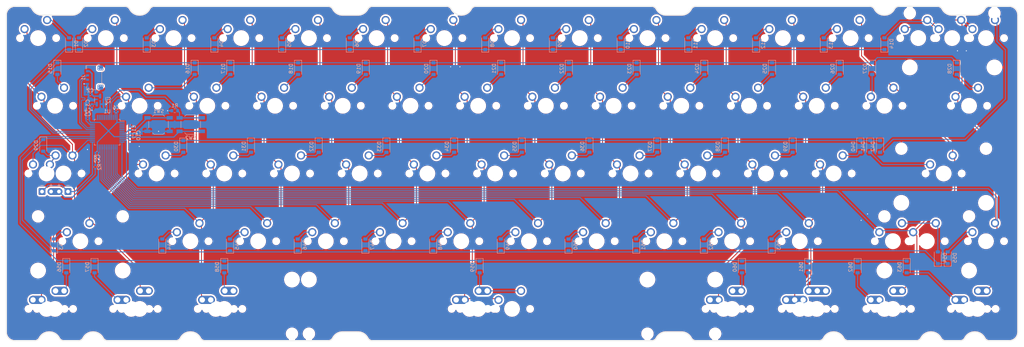
<source format=kicad_pcb>
(kicad_pcb (version 20221018) (generator pcbnew)
  (layers (0 "F.Cu" signal) (31 "B.Cu" signal) (34 "B.Paste" user) (35 "F.Paste" user) (36 "B.SilkS" user "B.Silkscreen") (37 "F.SilkS" user "F.Silkscreen") (38 "B.Mask" user) (39 "F.Mask" user) (44 "Edge.Cuts" user))
  (net 0 "")
  (net 1 "~{RST}")
  (net 2 "GND")
  (net 3 "+5V")
  (net 4 "+3V3")
  (net 5 "ROW0")
  (net 6 "Net-(D1-A)")
  (net 7 "Net-(D2-A)")
  (net 8 "Net-(D3-A)")
  (net 9 "Net-(D4-A)")
  (net 10 "Net-(D5-A)")
  (net 11 "Net-(D6-A)")
  (net 12 "Net-(D7-A)")
  (net 13 "Net-(D8-A)")
  (net 14 "Net-(D9-A)")
  (net 15 "Net-(D10-A)")
  (net 16 "Net-(D11-A)")
  (net 17 "Net-(D12-A)")
  (net 18 "Net-(D13-A)")
  (net 19 "Net-(D14-A)")
  (net 20 "ROW1")
  (net 21 "Net-(D15-A)")
  (net 22 "Net-(D16-A)")
  (net 23 "Net-(D17-A)")
  (net 24 "Net-(D18-A)")
  (net 25 "Net-(D19-A)")
  (net 26 "Net-(D20-A)")
  (net 27 "Net-(D21-A)")
  (net 28 "Net-(D22-A)")
  (net 29 "Net-(D23-A)")
  (net 30 "Net-(D24-A)")
  (net 31 "Net-(D25-A)")
  (net 32 "Net-(D26-A)")
  (net 33 "Net-(D27-A)")
  (net 34 "Net-(D28-A)")
  (net 35 "ROW2")
  (net 36 "Net-(D29-A)")
  (net 37 "Net-(D30-A)")
  (net 38 "Net-(D31-A)")
  (net 39 "Net-(D32-A)")
  (net 40 "Net-(D33-A)")
  (net 41 "Net-(D34-A)")
  (net 42 "Net-(D35-A)")
  (net 43 "Net-(D36-A)")
  (net 44 "Net-(D37-A)")
  (net 45 "Net-(D38-A)")
  (net 46 "Net-(D39-A)")
  (net 47 "Net-(D40-A)")
  (net 48 "Net-(D41-A)")
  (net 49 "Net-(D42-A)")
  (net 50 "ROW3")
  (net 51 "Net-(D43-A)")
  (net 52 "Net-(D44-A)")
  (net 53 "Net-(D45-A)")
  (net 54 "Net-(D46-A)")
  (net 55 "Net-(D47-A)")
  (net 56 "Net-(D48-A)")
  (net 57 "Net-(D49-A)")
  (net 58 "Net-(D50-A)")
  (net 59 "Net-(D51-A)")
  (net 60 "Net-(D52-A)")
  (net 61 "Net-(D53-A)")
  (net 62 "Net-(D54-A)")
  (net 63 "Net-(D55-A)")
  (net 64 "ROW4")
  (net 65 "Net-(D56-A)")
  (net 66 "Net-(D57-A)")
  (net 67 "Net-(D58-A)")
  (net 68 "Net-(D59-A)")
  (net 69 "Net-(D60-A)")
  (net 70 "Net-(D61-A)")
  (net 71 "Net-(D62-A)")
  (net 72 "Net-(D63-A)")
  (net 73 "D-")
  (net 74 "D+")
  (net 75 "Net-(LED1-A)")
  (net 76 "COL00")
  (net 77 "COL01")
  (net 78 "COL02")
  (net 79 "COL03")
  (net 80 "COL04")
  (net 81 "COL05")
  (net 82 "COL06")
  (net 83 "COL07")
  (net 84 "COL08")
  (net 85 "COL09")
  (net 86 "COL10")
  (net 87 "COL11")
  (net 88 "COL12")
  (net 89 "COL13")
  (net 90 "BOOT0")
  (net 91 "CAPSLCK")
  (footprint "marbastlib-mx:SW_MX_1u" (layer "F.Cu") (at 123.825 9.525)
    (fp_text reference "MX7" hide)
    (fp_text value "6" hide)
  )
  (footprint "marbastlib-mx:SW_MX_1u" (layer "F.Cu") (at 90.4875 66.675)
    (fp_text reference "MX48" hide)
    (fp_text value "C" hide)
  )
  (footprint "marbastlib-mx:SW_MX_1u" (layer "F.Cu") (at 214.3125 47.625)
    (fp_text reference "MX41" hide)
    (fp_text value "SEMICOLON" hide)
  )
  (footprint "marbastlib-mx:SW_MX_1u" (layer "F.Cu") (at 52.3875 66.675)
    (fp_text reference "MX46" hide)
    (fp_text value "Z" hide)
  )
  (footprint "marbastlib-mx:SW_MX_1u" (layer "F.Cu") (at 276.225 9.525)
    (fp_text reference "MX44" hide)
    (fp_text value "R_SPLIT_BACKSPACE" hide)
  )
  (footprint "marbastlib-mx:SW_MX_1u" (layer "F.Cu") (at 130.96875 85.725)
    (fp_text reference "MX62" hide)
    (fp_text value "SPACE" hide)
  )
  (footprint "marbastlib-mx:SW_MX_1u" (layer "F.Cu") (at 114.3 28.575)
    (fp_text reference "MX21" hide)
    (fp_text value "T" hide)
  )
  (footprint "marbastlib-mx:SW_MX_1u" (layer "F.Cu") (at 264.31875 47.625)
    (fp_text reference "MX43" hide)
    (fp_text value "ENTER" hide)
  )
  (footprint "marbastlib-mx:STAB_MX_2.25u" (layer "F.Cu") (at 264.31875 47.625)
    (fp_text reference "S2" hide)
    (fp_text value "ENTER")
  )
  (footprint "marbastlib-mx:SW_MX_1u" (layer "F.Cu") (at 133.35 28.575)
    (fp_text reference "MX22" hide)
    (fp_text value "Y" hide)
  )
  (footprint "marbastlib-mx:SW_MX_1u" (layer "F.Cu") (at 71.4375 66.675)
    (fp_text reference "MX47" hide)
    (fp_text value "X" hide)
  )
  (footprint "marbastlib-mx:SW_MX_1u" (layer "F.Cu") (at 204.7875 66.675)
    (fp_text reference "MX54" hide)
    (fp_text value "PERIOD" hide)
  )
  (footprint "marbastlib-mx:SW_MX_1u" (layer "F.Cu") (at 190.5 28.575)
    (fp_text reference "MX25" hide)
    (fp_text value "O" hide)
  )
  (footprint "marbastlib-mx:SW_MX_1.75u_STP_1.25" (layer "F.Cu") (at 11.90625 47.625)
    (fp_text reference "MX30" hide)
    (fp_text value "STEPPED_CAPS" hide)
  )
  (footprint "marbastlib-mx:SW_MX_1.25u" (layer "F.Cu") (at 202.40625 85.725)
    (fp_text reference "MX63" hide)
    (fp_text value "R_ALT" hide)
  )
  (footprint "marbastlib-mx:SW_MX_1u" (layer "F.Cu") (at 142.875 9.525)
    (fp_text reference "MX8" hide)
    (fp_text value "7" hide)
  )
  (footprint "marbastlib-mx:SW_MX_1u" (layer "F.Cu") (at 66.675 9.525)
    (fp_text reference "MX4" hide)
    (fp_text value "3" hide)
  )
  (footprint "marbastlib-mx:SW_MX_1u" (layer "F.Cu") (at 119.0625 47.625)
    (fp_text reference "MX36" hide)
    (fp_text value "G" hide)
  )
  (footprint "marbastlib-mx:SW_MX_1u" (layer "F.Cu") (at 9.525 9.525)
    (fp_text reference "MX1" hide)
    (fp_text value "ESC" hide)
  )
  (footprint "marbastlib-mx:SW_MX_1u" (layer "F.Cu") (at 42.8625 47.625)
    (fp_text reference "MX32" hide)
    (fp_text value "A" hide)
  )
  (footprint "marbastlib-mx:SW_MX_1u" (layer "F.Cu") (at 171.45 28.575)
    (fp_text reference "MX24" hide)
    (fp_text value "I" hide)
  )
  (footprint "marbastlib-mx:SW_MX_1u" (layer "F.Cu") (at 238.125 9.525)
    (fp_text reference "MX13" hide)
    (fp_text value "EQUALS" hide)
  )
  (footprint "marbastlib-mx:SW_MX_1u" (layer "F.Cu") (at 247.65 28.575)
    (fp_text reference "MX28" hide)
    (fp_text value "R_BRACKET" hide)
  )
  (footprint "marbastlib-mx:SW_MX_1.25u" (layer "F.Cu") (at 250.03125 85.725)
    (fp_text reference "MX65" hide)
    (fp_text value "APP" hide)
  )
  (footprint "marbastlib-mx:SW_MX_1.5u" (layer "F.Cu") (at 14.2875 85.725)
    (fp_text reference "MX67" hide)
    (fp_text value "TSANG_L_CTRL" hide)
  )
  (footprint "marbastlib-mx:SW_MX_1u" (layer "F.Cu") (at 176.2125 47.625)
    (fp_text reference "MX39" hide)
    (fp_text value "K" hide)
  )
  (footprint "marbastlib-mx:SW_MX_1u" (layer "F.Cu") (at 57.15 28.575)
    (fp_text reference "MX18" hide)
    (fp_text value "W" hide)
  )
  (footprint "marbastlib-mx:STAB_MX_2.75u" (layer "F.Cu") (at 259.55625 66.675)
    (fp_text reference "S4" hide)
    (fp_text value "R_SHIFT")
  )
  (footprint "marbastlib-mx:SW_MX_1u" (layer "F.Cu") (at 166.6875 66.675)
    (fp_text reference "MX52" hide)
    (fp_text value "M" hide)
  )
  (footprint "marbastlib-mx:STAB_MX_2u" (layer "F.Cu") (at 266.7 9.525)
    (fp_text reference "S1" hide)
    (fp_text value "BACKSPACE")
  )
  (footprint "marbastlib-mx:SW_MX_1u" (layer "F.Cu") (at 228.6 28.575)
    (fp_text reference "MX27" hide)
    (fp_text value "L_BRACKET" hide)
  )
  (footprint "marbastlib-mx:SW_MX_1.25u" (layer "F.Cu") (at 59.53125 85.725)
    (fp_text reference "MX61" hide)
    (fp_text value "L_ALT" hide)
  )
  (footprint "marbastlib-mx:SW_MX_1.5u" (layer "F.Cu") (at 14.2875 28.575)
    (fp_text reference "MX16" hide)
    (fp_text value "TAB" hide)
  )
  (footprint "marbastlib-mx:SW_MX_1.25u" (layer "F.Cu") (at 273.84375 85.725)
    (fp_text reference "MX66" hide)
    (fp_text value "R_CTRL" hide)
  )
  (footprint "marbastlib-mx:STAB_MX_2.25u" (layer "F.Cu") (at 21.43125 66.675)
    (fp_text reference "S3" hide)
    (fp_text value "L_SHIFT")
  )
  (footprint "marbastlib-mx:SW_MX_1u" (layer "F.Cu") (at 95.25 28.575)
    (fp_text reference "MX20" hide)
    (fp_text value "R" hide)
  )
  (footprint "marbastlib-mx:SW_MX_1u" (layer "F.Cu") (at 147.6375 66.675)
    (fp_text reference "MX51" hide)
    (fp_text value "N" hide)
  )
  (footprint "marbastlib-mx:SW_MX_1u" (layer "F.Cu") (at 38.1 85.725)
    (fp_text reference "MX68" hide)
    (fp_text value "TSANG_L_GUI" hide)
  )
  (footprint "marbastlib-mx:SW_MX_1u" (layer "F.Cu") (at 80.9625 47.625)
    (fp_text reference "MX34" hide)
    (fp_text value "D" hide)
  )
  (footprint "marbastlib-mx:SW_MX_1u" (layer "F.Cu") (at 138.1125 47.625)
    (fp_text reference "MX37" hide)
    (fp_text value "H" hide)
  )
  (footprint "marbastlib-mx:SW_MX_1u" (layer "F.Cu") (at 247.65 85.725)
    (fp_text reference "MX72" hide)
    (fp_text value "TSANG_R_GUI" hide)
  )
  (footprint "marbastlib-mx:SW_MX_1u" (layer "F.Cu") (at 61.9125 47.625)
    (fp_text reference "MX33" hide)
    (fp_text value "S" hide)
  )
  (footprint "marbastlib-mx:SW_MX_1u" (layer "F.Cu") (at 157.1625 47.625)
    (fp_text reference "MX38" hide)
    (fp_text value "J" hide)
  )
  (footprint "marbastlib-mx:SW_MX_1u" (layer "F.Cu") (at 266.7 9.525)
    (fp_text reference "MX14" hide)
    (fp_text value "BACKSPACE" hide)
  )
  (footprint "marbastlib-mx:SW_MX_1u" (layer "F.Cu") (at 109.5375 66.675)
    (fp_text reference "MX49" hide)
    (fp_text value "V" hide)
  )
  (footprint "marbastlib-mx:SW_MX_1.25u" (layer "F.Cu") (at 11.90625 85.725)
    (fp_text reference "MX59" hide)
    (fp_text value "L_CTRL" hide)
  )
  (footprint "marbastlib-mx:SW_MX_1.75u" (layer "F.Cu") (at 16.66875 47.625)
    (fp_text reference "MX31" hide)
    (fp_text value "CAPS" hide)
  )
  (footprint "marbastlib-mx:LED_MX_3mm-ROT" (layer "F.Cu") (at 11.90625 52.705)
    (fp_text reference "LED2" hide)
    (fp_text value "LED" hide)
  )
  (footprint "marbastlib-mx:STAB_MX_7u" (layer "F.Cu") (at 142.875 85.725 180)
    (fp_text reference "S6" hide)
    (fp_text value "TSANG_SPACE")
  )
  (footprint "marbastlib-mx:LED_MX_3mm" (layer "F.Cu") (at 16.66875 52.705)
    (fp_text reference "LED1" hide)
    (fp_text value "LED" hide)
  )
  (footprint "marbastlib-mx:SW_MX_1u" (layer "F.Cu") (at 161.925 9.525)
    (fp_text reference "MX9" hide)
    (fp_text value "8" hide)
  )
  (footprint "marbastlib-mx:SW_MX_1u" (layer "F.Cu") (at 142.875 85.725)
    (fp_text reference "MX70" hide)
    (fp_text value "TSANG_SPACE" hide)
  )
  (footprint "marbastlib-mx:SW_MX_1u" (layer "F.Cu") (at 276.225 66.675)
    (fp_text reference "MX57" hide)
    (fp_text value "R_SPLIT_R_SHIFT" hide)
  )
  (footprint "marbastlib-mx:SW_MX_1u" (layer "F.Cu") (at 47.625 9.525)
    (fp_text reference "MX3" hide)
    (fp_text value "2" hide)
  )
  (footprint "marbastlib-mx:SW_MX_1u" (layer "F.Cu") (at 259.55625 66.675)
    (fp_text reference "MX56" hide)
    (fp_text value "R_SHIFT" hide)
  )
  (footprint "marbastlib-mx:SW_MX_1u" (layer "F.Cu") (at 152.4 28.575)
    (fp_text reference "MX23" hide)
    (fp_text value "U" hide)
  )
  (footprint "marbastlib-mx:SW_MX_1u" (layer "F.Cu") (at 28.575 9.525)
    (fp_text reference "MX2" hide)
    (fp_text value "1" hide)
  )
  (footprint "marbastlib-mx:SW_MX_1.5u" (layer "F.Cu") (at 204.7875 85.725)
    (fp_text reference "MX75" hide)
    (fp_text value "87U_R_ALT" hide)
  )
  (footprint "marbastlib-mx:SW_MX_1u" (layer "F.Cu") (at 100.0125 47.625)
    (fp_text reference "MX35" hide)
    (fp_text value "F" hide)
  )
  (footprint "marbastlib-mx:SW_MX_1u" (layer "F.Cu") (at 233.3625 47.625)
    (fp_text reference "MX42" hide)
    (fp_text value "QUOTE" hide)
  )
  (footprint "marbastlib-mx:SW_MX_1u" (layer "F.Cu") (at 76.2 28.575)
    (fp_text reference "MX19" hide)
    (fp_text value "E" hide)
  )
  (footprint "marbastlib-mx:SW_MX_1u" (layer "F.Cu") (at 219.075 9.525)
    (fp_text reference "MX12" hide)
    (fp_text value "MINUS" hide)
  )
  (footprint "marbastlib-mx:SW_MX_1.75u" (layer "F.Cu") (at 250.03125 66.675)
    (fp_text reference "MX58" hide)
    (fp_text value "L_SPLIT_R_SHIFT" hide)
  )
  (footprint "marbastlib-mx:SW_MX_1u" (layer "F.Cu") (at 200.025 9.525)
    (fp_text reference "MX11" hide)
    (fp_text value "0" hide)
  )
  (footprint "marbastlib-mx:SW_MX_1u" (layer "F.Cu") (at 104.775 9.525)
    (fp_text reference "MX6" hide)
    (fp_text value "5" hide)
  )
  (footprint "marbastlib-mx:SW_MX_1u" (layer "F.Cu") (at 209.55 28.575)
    (fp_text reference "MX26" hide)
    (fp_text value "P" hide)
  )
  (footprint "marbastlib-mx:STAB_MX_6.25u" (layer "F.Cu") (at 130.96875 85.725 180)
    (fp_text reference "S5" hide)
    (fp_text value "SPACE")
  )
  (footprint "marbastlib-mx:SW_MX_1u" (layer "F.Cu") (at 185.7375 66.675)
    (fp_text reference "MX53" hide)
    (fp_text value "COMMA" hide)
  )
  (footprint "marbastlib-mx:SW_MX_1u" (layer "F.Cu") (at 85.725 9.525)
    (fp_text reference "MX5" hide)
    (fp_text value "4" hide)
  )
  (footprint "marbastlib-mx:SW_MX_1u" (layer "F.Cu") (at 21.43125 66.675)
    (fp_text reference "MX45" hide)
    (fp_text value "L_SHIFT" hide)
  )
  (footprint "marbastlib-mx:SW_MX_1.5u" (layer "F.Cu") (at 61.9125 85.725)
    (fp_text reference "MX69" hide)
    (fp_text value "TSANG_L_ALT" hide)
  )
  (footprint "marbastlib-mx:SW_MX_1.5u" (layer "F.Cu") (at 271.4625 28.575)
    (fp_text reference "MX29" hide)
    (fp_text value "BACKSLASH" hide)
  )
  (footprint "marbastlib-mx:SW_MX_1u" (layer "F.Cu") (at 223.8375 66.675)
    (fp_text reference "MX55" hide)
    (fp_text value "FWDSLASH" hide)
  )
  (footprint "marbastlib-mx:SW_MX_1u" (layer "F.Cu") (at 228.6 85.725)
    (fp_text reference "MX76" hide)
    (fp_text value "87U_R_GUI" hide)
  )
  (footprint "marbastlib-mx:SW_MX_1u" (layer "F.Cu") (at 257.175 9.525)
    (fp_text reference "MX15" hide)
    (fp_text value "L_SPLIT_BACKSPACE" hide)
  )
  (footprint "marbastlib-mx:SW_MX_1.5u" (layer "F.Cu") (at 271.4625 85.725)
    (fp_text reference "MX73" hide)
    (fp_text value "TSANG_R_CTRL" hide)
  )
  (footprint "marbastlib-mx:SW_MX_1.5u" (layer "F.Cu") (at 223.8375 85.725)
    (fp_text reference "MX71" hide)
    (fp_text value "TSANG_R_ALT" hide)
  )
  (footprint "marbastlib-mx:SW_MX_1u" (layer "F.Cu") (at 195.2625 47.625)
    (fp_text reference "MX40" hide)
    (fp_text value "L" hide)
  )
  (footprint "marbastlib-mx:SW_MX_1.25u" (layer "F.Cu") (at 35.71875 85.725)
    (fp_text reference "MX60" hide)
    (fp_text value "L_GUI" hide)
  )
  (footprint "marbastlib-mx:SW_MX_1u" (layer "F.Cu") (at 180.975 9.525)
    (fp_text reference "MX10" hide)
    (fp_text value "9" hide)
  )
  (footprint "marbastlib-mx:SW_MX_1.25u" (layer "F.Cu") (at 226.21875 85.725)
    (fp_text reference "MX64" hide)
    (fp_text value "R_GUI" hide)
  )
  (footprint "marbastlib-mx:SW_MX_1u" (layer "F.Cu") (at 38.1 28.575)
    (fp_text reference "MX17" hide)
    (fp_text value "Q" hide)
  )
  (footprint "marbastlib-mx:SW_MX_1u" (layer "F.Cu") (at 133.35 85.725)
    (fp_text reference "MX74" hide)
    (fp_text value "6U_SPACE" hide)
  )
  (footprint "marbastlib-mx:SW_MX_1u" (layer "F.Cu") (at 128.5875 66.675)
    (fp_text reference "MX50" hide)
    (fp_text value "B" hide)
  )
  (footprint "Diode_SMD:D_SOD-123" (layer "B.Cu") (at 120.771875 18.109375 -90)
    (fp_text reference "D20")
    (fp_text value "D")
  )
  (footprint "Diode_SMD:D_SOD-123" (layer "B.Cu") (at 25.4 73.909375 -90)
    (fp_text reference "D57")
    (fp_text value "D")
  )
  (footprint "Diode_SMD:D_SOD-123" (layer "B.Cu") (at 154.384375 11.1125 90)
    (fp_text reference "D9")
    (fp_text value "D")
  )
  (footprint "Diode_SMD:D_SOD-123" (layer "B.Cu") (at 202.771875 40.009375 -90)
    (fp_text reference "D38")
    (fp_text value "D")
  )
  (footprint "Resistor_SMD:R_0603_1608Metric" (layer "B.Cu") (at 47.971875 29.959375 180)
    (fp_text reference "R1")
    (fp_text value "10k")
  )
  (footprint "Capacitor_SMD:C_0402_1005Metric" (layer "B.Cu") (at 24.675 28.6125 -90)
    (fp_text reference "C3")
    (fp_text value "1u")
  )
  (footprint "Diode_SMD:D_SOD-123" (layer "B.Cu") (at 40.084375 11.1125 90)
    (fp_text reference "D3")
    (fp_text value "D")
  )
  (footprint "Resistor_SMD:R_0402_1005Metric" (layer "B.Cu") (at 25.611875 45.784375 90)
    (fp_text reference "R2")
    (fp_text value "470R")
  )
  (footprint "Capacitor_SMD:C_0402_1005Metric" (layer "B.Cu") (at 31.471875 30.209375 180)
    (fp_text reference "C6")
    (fp_text value "100n")
  )
  (footprint "Diode_SMD:D_SOD-123" (layer "B.Cu") (at 207.565625 73.909375 -90)
    (fp_text reference "D60")
    (fp_text value "D")
  )
  (footprint "Diode_SMD:D_SOD-123" (layer "B.Cu") (at 235.071875 18.109375 -90)
    (fp_text reference "D26")
    (fp_text value "D")
  )
  (footprint "Capacitor_SMD:C_0402_1005Metric" (layer "B.Cu") (at 36.621875 36.889375 90)
    (fp_text reference "C10")
    (fp_text value "1u")
  )
  (footprint "Diode_SMD:D_SOD-123" (layer "B.Cu") (at 268.0125 18.109375 -90)
    (fp_text reference "D28")
    (fp_text value "D")
  )
  (footprint "Diode_SMD:D_SOD-123" (layer "B.Cu") (at 88.471875 40.009375 -90)
    (fp_text reference "D32")
    (fp_text value "D")
  )
  (footprint "Diode_SMD:D_SOD-123" (layer "B.Cu") (at 216.021875 18.109375 -90)
    (fp_text reference "D25")
    (fp_text value "D")
  )
  (footprint "Diode_SMD:D_SOD-123" (layer "B.Cu") (at 63.621875 18.109375 -90)
    (fp_text reference "D17")
    (fp_text value "D")
  )
  (footprint "Diode_SMD:D_SOD-123" (layer "B.Cu") (at 177.921875 18.109375 -90)
    (fp_text reference "D23")
    (fp_text value "D")
  )
  (footprint "Capacitor_SMD:C_0402_1005Metric" (layer "B.Cu") (at 23.491875 32.07506 180)
    (fp_text reference "C5")
    (fp_text value "100n")
  )
  (footprint "Diode_SMD:D_SOD-123" (layer "B.Cu") (at 135.334375 11.1125 90)
    (fp_text reference "D8")
    (fp_text value "D")
  )
  (footprint "Diode_SMD:D_SOD-123" (layer "B.Cu") (at 107.521875 40.009375 -90)
    (fp_text reference "D33")
    (fp_text value "D")
  )
  (footprint "Diode_SMD:D_SOD-123" (layer "B.Cu") (at 44.471875 67.709375 90)
    (fp_text reference "D44")
    (fp_text value "D")
  )
  (footprint "Diode_SMD:D_SOD-123" (layer "B.Cu") (at 221.821875 40.009375 -90)
    (fp_text reference "D39")
    (fp_text value "D")
  )
  (footprint "Diode_SMD:D_SOD-123" (layer "B.Cu") (at 253.921875 73.909375 -90)
    (fp_text reference "D63")
    (fp_text value "D")
  )
  (footprint "Diode_SMD:D_SOD-123" (layer "B.Cu") (at 244.2 18.109375 -90)
    (fp_text reference "D27")
    (fp_text value "D")
  )
  (footprint "Capacitor_SMD:C_0402_1005Metric" (layer "B.Cu") (at 24.209375 25.4 180)
    (fp_text reference "C2")
    (fp_text value "1u")
  )
  (footprint "Diode_SMD:D_SOD-123" (layer "B.Cu") (at 240.871875 40.009375 -90)
    (fp_text reference "D40")
    (fp_text value "D")
  )
  (footprint "Diode_SMD:D_SOD-123" (layer "B.Cu") (at 59.134375 11.1125 90)
    (fp_text reference "D4")
    (fp_text value "D")
  )
  (footprint "Diode_SMD:D_SOD-123" (layer "B.Cu") (at 139.721875 67.709375 90)
    (fp_text reference "D49")
    (fp_text value "D")
  )
  (footprint "Diode_SMD:D_SOD-123" (layer "B.Cu") (at 17.4625 73.909375 -90)
    (fp_text reference "D56")
    (fp_text value "D")
  )
  (footprint "Diode_SMD:D_SOD-123" (layer "B.Cu") (at 120.671875 67.709375 90)
    (fp_text reference "D48")
    (fp_text value "D")
  )
  (footprint "Diode_SMD:D_SOD-123" (layer "B.Cu") (at 101.621875 67.709375 90)
    (fp_text reference "D47")
    (fp_text value "D")
  )
  (footprint "Diode_SMD:D_SOD-123" (layer "B.Cu") (at 97.234375 11.1125 90)
    (fp_text reference "D6")
    (fp_text value "D")
  )
  (footprint "Diode_SMD:D_SOD-123" (layer "B.Cu") (at 158.771875 67.709375 90)
    (fp_text reference "D50")
    (fp_text value "D")
  )
  (footprint "Diode_SMD:D_SOD-123" (layer "B.Cu") (at 14 67.709375 90)
    (fp_text reference "D43")
    (fp_text value "D")
  )
  (footprint "Diode_SMD:D_SOD-123" (layer "B.Cu") (at 183.721875 40.009375 -90)
    (fp_text reference "D37")
    (fp_text value "D")
  )
  (footprint "Capacitor_SMD:C_0402_1005Metric" (layer "B.Cu") (at 26.111875 42.919375)
    (fp_text reference "C9")
    (fp_text value "10n")
  )
  (footprint "Diode_SMD:D_SOD-123" (layer "B.Cu") (at 196.971875 18.109375 -90)
    (fp_text reference "D24")
    (fp_text value "D")
  )
  (footprint "Diode_SMD:D_SOD-123" (layer "B.Cu") (at 246.428125 40.009375 -90)
    (fp_text reference "D42")
    (fp_text value "D")
  )
  (footprint "Diode_SMD:D_SOD-123" (layer "B.Cu") (at 133.746875 73.909375 -90)
    (fp_text reference "D59")
    (fp_text value "D")
  )
  (footprint "Package_QFP:LQFP-48_7x7mm_P0.5mm" (layer "B.Cu") (at 28.971875 36.009375 180)
    (fp_text reference "U1")
    (fp_text value "STM32F072CBTx")
  )
  (footprint "Diode_SMD:D_SOD-123" (layer "B.Cu") (at 61.9125 73.909375 -90)
    (fp_text reference "D58")
    (fp_text value "D")
  )
  (footprint "Diode_SMD:D_SOD-123" (layer "B.Cu") (at 247.65 11.1125 90)
    (fp_text reference "D14")
    (fp_text value "D")
  )
  (footprint "Diode_SMD:D_SOD-123" (layer "B.Cu") (at 82.671875 18.109375 -90)
    (fp_text reference "D18")
    (fp_text value "D")
  )
  (footprint "Package_TO_SOT_SMD:SOT-23-3" (layer "B.Cu") (at 26.9875 26.9875 90)
    (fp_text reference "U2")
    (fp_text value "XC6206PxxxMR")
  )
  (footprint "Diode_SMD:D_SOD-123" (layer "B.Cu") (at 265.45 71.334375 90)
    (fp_text reference "D55")
    (fp_text value "D")
  )
  (footprint "marbastlib-various:Molex_Pico-EZmate_78171-0004_1x04-1MP_P1.20mm_Vertical" (layer "B.Cu") (at 25.307 20.631 -90)
    (fp_text reference "J1")
    (fp_text value "Molex_Pico-EZmate_78171-0004_1x04")
  )
  (footprint "Diode_SMD:D_SOD-123" (layer "B.Cu") (at 82.571875 67.709375 90)
    (fp_text reference "D46")
    (fp_text value "D")
  )
  (footprint "Diode_SMD:D_SOD-123" (layer "B.Cu") (at 145.621875 40.009375 -90)
    (fp_text reference "D35")
    (fp_text value "D")
  )
  (footprint "Diode_SMD:D_SOD-123" (layer "B.Cu") (at 262.671875 71.334375 90)
    (fp_text reference "D54")
    (fp_text value "D")
  )
  (footprint "Capacitor_SMD:C_0402_1005Metric" (layer "B.Cu") (at 23.491875 30.943689 180)
    (fp_text reference "C4")
    (fp_text value "4.7u")
  )
  (footprint "Diode_SMD:D_SOD-123" (layer "B.Cu") (at 177.821875 67.709375 90)
    (fp_text reference "D51")
    (fp_text value "D")
  )
  (footprint "Diode_SMD:D_SOD-123" (layer "B.Cu") (at 50.371875 40.009375 -90)
    (fp_text reference "D30")
    (fp_text value "D")
  )
  (footprint "Button_Switch_SMD:SW_SPST_TL3342" (layer "B.Cu") (at 43.421875 33.859375 180)
    (fp_text reference "SW1")
    (fp_text value "RST")
  )
  (footprint "Diode_SMD:D_SOD-123" (layer "B.Cu") (at 215.921875 67.709375 90)
    (fp_text reference "D53")
    (fp_text value "D")
  )
  (footprint "Diode_SMD:D_SOD-123" (layer "B.Cu") (at 139.821875 18.109375 -90)
    (fp_text reference "D21")
    (fp_text value "D")
  )
  (footprint "Diode_SMD:D_SOD-123" (layer "B.Cu") (at 240.109375 73.909375 -90)
    (fp_text reference "D62")
    (fp_text value "D")
  )
  (footprint "Capacitor_SMD:C_0402_1005Metric" (layer "B.Cu") (at 35.321875 34.925 90)
    (fp_text reference "C1")
    (fp_text value "100n")
  )
  (footprint "Diode_SMD:D_SOD-123" (layer "B.Cu") (at 101.721875 18.109375 -90)
    (fp_text reference "D19")
    (fp_text value "D")
  )
  (footprint "Diode_SMD:D_SOD-123" (layer "B.Cu") (at 14.95 18.109375 -90)
    (fp_text reference "D15")
    (fp_text value "D")
  )
  (footprint "Diode_SMD:D_SOD-123" (layer "B.Cu") (at 173.434375 11.1125 90)
    (fp_text reference "D10")
    (fp_text value "D")
  )
  (footprint "Diode_SMD:D_SOD-123" (layer "B.Cu") (at 196.871875 67.709375 90)
    (fp_text reference "D52")
    (fp_text value "D")
  )
  (footprint "Capacitor_SMD:C_0402_1005Metric" (layer "B.Cu") (at 35.521875 36.889375 90)
    (fp_text reference "C7")
    (fp_text value "100n")
  )
  (footprint "Diode_SMD:D_SOD-123" (layer "B.Cu") (at 158.871875 18.109375 -90)
    (fp_text reference "D22")
    (fp_text value "D")
  )
  (footprint "Capacitor_SMD:C_0402_1005Metric" (layer "B.Cu") (at 26.111875 41.819375)
    (fp_text reference "C8")
    (fp_text value "100n")
  )
  (footprint "Button_Switch_SMD:SW_SPST_TL3342" (layer "B.Cu") (at 52.471875 33.859375)
    (fp_text reference "SW2")
    (fp_text value "BOOT")
  )
  (footprint "Diode_SMD:D_SOD-123" (layer "B.Cu") (at 226.21875 73.909375 -90)
    (fp_text reference "D61")
    (fp_text value "D")
  )
  (footprint "Diode_SMD:D_SOD-123" (layer "B.Cu") (at 18.25625 11.1125 90)
    (fp_text reference "D1")
    (fp_text value "D")
  )
  (footprint "Diode_SMD:D_SOD-123" (layer "B.Cu") (at 21.034375 11.1125 90)
    (fp_text reference "D2")
    (fp_text value "D")
  )
  (footprint "Diode_SMD:D_SOD-123" (layer "B.Cu") (at 230.584375 11.1125 90)
    (fp_text reference "D13")
    (fp_text value "D")
  )
  (footprint "Diode_SMD:D_SOD-123" (layer "B.Cu") (at 53.571875 18.109375 -90)
    (fp_text reference "D16")
    (fp_text value "D")
  )
  (footprint "Diode_SMD:D_SOD-123" (layer "B.Cu") (at 211.534375 11.1125 90)
    (fp_text reference "D12")
    (fp_text value "D")
  )
  (footprint "Diode_SMD:D_SOD-123" (layer "B.Cu") (at 69.421875 40.009375 -90)
    (fp_text reference "D31")
    (fp_text value "D")
  )
  (footprint "Diode_SMD:D_SOD-123" (layer "B.Cu") (at 116.284375 11.1125 90)
    (fp_text reference "D7")
    (fp_text value "D")
  )
  (footprint "Diode_SMD:D_SOD-123" (layer "B.Cu") (at 126.571875 40.009375 -90)
    (fp_text reference "D34")
    (fp_text value "D")
  )
  (footprint "Diode_SMD:D_SOD-123" (layer "B.Cu") (at 78.184375 11.1125 90)
    (fp_text reference "D5")
    (fp_text value "D")
  )
  (footprint "Diode_SMD:D_SOD-123" (layer "B.Cu") (at 10.971875 39.709375 -90)
    (fp_text reference "D29")
    (fp_text value "D")
  )
  (footprint "Diode_SMD:D_SOD-123" (layer "B.Cu") (at 63.521875 67.709375 90)
    (fp_text reference "D45")
    (fp_text value "D")
  )
  (footprint "Diode_SMD:D_SOD-123" (layer "B.Cu") (at 192.484375 11.1125 90)
    (fp_text reference "D11")
    (fp_text value "D")
  )
  (footprint "Diode_SMD:D_SOD-123" (layer "B.Cu") (at 243.65 40.009375 -90)
    (fp_text reference "D41")
    (fp_text value "D")
  )
  (footprint "Diode_SMD:D_SOD-123" (layer "B.Cu") (at 164.671875 40.009375 -90)
    (fp_text reference "D36")
    (fp_text value "D")
  )
  (gr_arc locked (start 3.025 94.725) (mid 1.257233 93.992767) (end 0.525 92.225) (stroke (width 0.1)) (layer "Edge.Cuts"))
  (gr_arc (start 95.25 3.025) (mid 93.616801 2.56854) (end 92.456929 1.331451) (stroke (width 0.1)) (layer "Edge.Cuts"))
  (gr_line (start 23.173096 0.525) (end 33.976884 0.525) (stroke (width 0.1)) (layer "Edge.Cuts"))
  (gr_arc (start 91.126894 0.525) (mid 91.90461 0.742359) (end 92.456929 1.331451) (stroke (width 0.1)) (layer "Edge.Cuts"))
  (gr_arc (start 182.151884 0.524992) (mid 182.929598 0.742353) (end 183.481919 1.331443) (stroke (width 0.1)) (layer "Edge.Cuts"))
  (gr_arc (start 40.893061 1.331452) (mid 38.09999 3.025) (end 35.306919 1.331451) (stroke (width 0.1)) (layer "Edge.Cuts"))
  (gr_arc (start 33.976884 0.525) (mid 34.7546 0.742359) (end 35.306919 1.331451) (stroke (width 0.1)) (layer "Edge.Cuts"))
  (gr_arc (start 92.456928 93.918548) (mid 91.904608 94.507638) (end 91.126894 94.725) (stroke (width 0.1)) (layer "Edge.Cuts"))
  (gr_line (start 99.475 92.225) (end 95.25 92.225) (stroke (width 0.1)) (layer "Edge.Cuts"))
  (gr_arc (start 237.485596 94.725) (mid 236.70788 94.507641) (end 236.155561 93.918549) (stroke (width 0.1)) (layer "Edge.Cuts"))
  (gr_line (start 91.126894 94.725) (end 56.510596 94.725) (stroke (width 0.1)) (layer "Edge.Cuts"))
  (gr_arc locked (start 282.725 0.525) (mid 284.492767 1.257233) (end 285.225 3.025) (stroke (width 0.1)) (layer "Edge.Cuts"))
  (gr_arc (start 6.551884 0.525) (mid 7.3296 0.742359) (end 7.881919 1.331451) (stroke (width 0.1)) (layer "Edge.Cuts"))
  (gr_arc (start 102.268062 1.331452) (mid 102.820383 0.742364) (end 103.598096 0.525) (stroke (width 0.1)) (layer "Edge.Cuts"))
  (gr_arc (start 29.126226 94.725) (mid 28.34851 94.507641) (end 27.796191 93.918549) (stroke (width 0.1)) (layer "Edge.Cuts"))
  (gr_arc (start 275.868062 1.331444) (mid 276.420384 0.742359) (end 277.198096 0.524992) (stroke (width 0.1)) (layer "Edge.Cuts"))
  (gr_line (start 42.223096 0.525) (end 91.126894 0.525) (stroke (width 0.1)) (layer "Edge.Cuts"))
  (gr_line (start 95.25 3.025) (end 99.475 3.025) (stroke (width 0.1)) (layer "Edge.Cuts"))
  (gr_line locked (start 285.225 3.025) (end 285.225 92.225) (stroke (width 0.1)) (layer "Edge.Cuts"))
  (gr_line (start 273.075 3.025) (end 266.7 3.025) (stroke (width 0.1)) (layer "Edge.Cuts"))
  (gr_line (start 3.025 0.525) (end 6.551884 0.525) (stroke (width 0.1)) (layer "Edge.Cuts"))
  (gr_arc (start 99.475 92.225) (mid 101.108193 92.681461) (end 102.268061 93.918549) (stroke (width 0.1)) (layer "Edge.Cuts"))
  (gr_line (start 194.623106 0.525) (end 243.526884 0.525) (stroke (width 0.1)) (layer "Edge.Cuts"))
  (gr_arc (start 183.481919 93.918548) (mid 184.641796 92.681457) (end 186.275 92.225) (stroke (width 0.1)) (layer "Edge.Cuts"))
  (gr_arc (start 194.623106 94.725) (mid 193.84539 94.507641) (end 193.293071 93.918549) (stroke (width 0.1)) (layer "Edge.Cuts"))
  (gr_arc (start 277.198096 94.725) (mid 276.42038 94.507641) (end 275.868061 93.918549) (stroke (width 0.1)) (layer "Edge.Cuts"))
  (gr_line (start 190.5 3.025) (end 186.27498 3.025) (stroke (width 0.1)) (layer "Edge.Cuts"))
  (gr_line (start 132.710596 0.525) (end 182.151884 0.525) (stroke (width 0.1)) (layer "Edge.Cuts"))
  (gr_arc (start 270.281918 93.918548) (mid 269.729597 94.507636) (end 268.951884 94.725) (stroke (width 0.1)) (layer "Edge.Cuts"))
  (gr_line (start 229.239384 94.725) (end 194.623106 94.725) (stroke (width 0.1)) (layer "Edge.Cuts"))
  (gr_arc (start 9.881919 93.918548) (mid 12.67499 92.225) (end 15.468061 93.918549) (stroke (width 0.1)) (layer "Edge.Cuts"))
  (gr_arc (start 49.594418 93.918548) (mid 49.042097 94.507636) (end 48.264384 94.725) (stroke (width 0.1)) (layer "Edge.Cuts"))
  (gr_line (start 19.05 3.025) (end 10.67499 3.025) (stroke (width 0.1)) (layer "Edge.Cuts"))
  (gr_arc (start 266.7 3.025) (mid 265.066801 2.56854) (end 263.906929 1.331451) (stroke (width 0.1)) (layer "Edge.Cuts"))
  (gr_arc (start 257.953808 93.918548) (mid 257.401488 94.507638) (end 256.623774 94.725) (stroke (width 0.1)) (layer "Edge.Cuts"))
  (gr_line (start 256.623774 94.725) (end 237.485596 94.725) (stroke (width 0.1)) (layer "Edge.Cuts"))
  (gr_arc (start 56.510596 94.725) (mid 55.73288 94.507641) (end 55.180561 93.918549) (stroke (width 0.1)) (layer "Edge.Cuts"))
  (gr_arc (start 102.268061 1.331452) (mid 101.108194 2.56854) (end 99.475 3.025) (stroke (width 0.1)) (layer "Edge.Cuts"))
  (gr_arc (start 183.481918 93.918548) (mid 182.929598 94.507638) (end 182.151884 94.725) (stroke (width 0.1)) (layer "Edge.Cuts"))
  (gr_arc (start 92.456929 93.918548) (mid 93.616801 92.681459) (end 95.25 92.225) (stroke (width 0.1)) (layer "Edge.Cuts"))
  (gr_arc (start 264.869986 94.725) (mid 264.09227 94.507641) (end 263.539951 93.918549) (stroke (width 0.1)) (layer "Edge.Cuts"))
  (gr_arc (start 103.598096 94.725) (mid 102.82038 94.507641) (end 102.268061 93.918549) (stroke (width 0.1)) (layer "Edge.Cuts"))
  (gr_arc (start 262.576894 0.525) (mid 263.35461 0.742359) (end 263.906929 1.331451) (stroke (width 0.1)) (layer "Edge.Cuts"))
  (gr_arc (start 257.953809 93.918548) (mid 260.74688 92.225) (end 263.539951 93.918549) (stroke (width 0.1)) (layer "Edge.Cuts"))
  (gr_arc locked (start 0.525 3.025) (mid 1.257233 1.257233) (end 3.025 0.525) (stroke (width 0.1)) (layer "Edge.Cuts"))
  (gr_arc (start 270.281919 93.918548) (mid 273.07499 92.225) (end 275.868061 93.918549) (stroke (width 0.1)) (layer "Edge.Cuts"))
  (gr_line locked (start 0.525 92.225) (end 0.525 3.025) (stroke (width 0.1)) (layer "Edge.Cuts"))
  (gr_arc (start 131.380562 1.331452) (mid 131.932883 0.742364) (end 132.710596 0.525) (stroke (width 0.1)) (layer "Edge.Cuts"))
  (gr_arc (start 186.27498 3.024991) (mid 184.641786 2.568531) (end 183.481919 1.331443) (stroke (width 0.1)) (layer "Edge.Cuts"))
  (gr_arc (start 230.569418 93.918548) (mid 230.017097 94.507636) (end 229.239384 94.725) (stroke (width 0.1)) (layer "Edge.Cuts"))
  (gr_arc (start 250.443061 1.331452) (mid 247.64999 3.025) (end 244.856919 1.331451) (stroke (width 0.1)) (layer "Edge.Cuts"))
  (gr_arc (start 21.843061 1.331452) (mid 20.683194 2.56854) (end 19.05 3.025) (stroke (width 0.1)) (layer "Edge.Cuts"))
  (gr_arc (start 9.881918 93.918548) (mid 9.329597 94.507636) (end 8.551884 94.725) (stroke (width 0.1)) (layer "Edge.Cuts"))
  (gr_line (start 8.551884 94.725) (end 3.025 94.725) (stroke (width 0.1)) (layer "Edge.Cuts"))
  (gr_arc (start 230.569419 93.918548) (mid 233.36249 92.225) (end 236.155561 93.918549) (stroke (width 0.1)) (layer "Edge.Cuts"))
  (gr_line (start 182.151884 94.725) (end 103.598096 94.725) (stroke (width 0.1)) (layer "Edge.Cuts"))
  (gr_arc (start 193.293072 1.331452) (mid 193.845393 0.742363) (end 194.623106 0.525) (stroke (width 0.1)) (layer "Edge.Cuts"))
  (gr_arc (start 22.210049 93.918548) (mid 25.00312 92.225) (end 27.796191 93.918549) (stroke (width 0.1)) (layer "Edge.Cuts"))
  (gr_line (start 277.198096 0.524992) (end 282.725 0.524992) (stroke (width 0.1)) (layer "Edge.Cuts"))
  (gr_arc (start 40.893062 1.331452) (mid 41.445383 0.742364) (end 42.223096 0.525) (stroke (width 0.1)) (layer "Edge.Cuts"))
  (gr_arc (start 22.210048 93.918548) (mid 21.657727 94.507639) (end 20.880014 94.725) (stroke (width 0.1)) (layer "Edge.Cuts"))
  (gr_arc (start 16.798096 94.725) (mid 16.02038 94.507641) (end 15.468061 93.918549) (stroke (width 0.1)) (layer "Edge.Cuts"))
  (gr_arc (start 10.67499 3.025) (mid 9.041791 2.568541) (end 7.881919 1.331451) (stroke (width 0.1)) (layer "Edge.Cuts"))
  (gr_arc (start 124.464384 0.525) (mid 125.2421 0.742359) (end 125.794419 1.331451) (stroke (width 0.1)) (layer "Edge.Cuts"))
  (gr_arc (start 21.843062 1.331452) (mid 22.395383 0.742364) (end 23.173096 0.525) (stroke (width 0.1)) (layer "Edge.Cuts"))
  (gr_arc (start 131.380561 1.331452) (mid 128.58749 3.025) (end 125.794419 1.331451) (stroke (width 0.1)) (layer "Edge.Cuts"))
  (gr_line (start 103.598096 0.525) (end 124.464384 0.525) (stroke (width 0.1)) (layer "Edge.Cuts"))
  (gr_arc (start 250.443062 1.331452) (mid 250.995383 0.742364) (end 251.773096 0.525) (stroke (width 0.1)) (layer "Edge.Cuts"))
  (gr_line (start 20.880014 94.725) (end 16.798096 94.725) (stroke (width 0.1)) (layer "Edge.Cuts"))
  (gr_arc locked (start 285.225 92.225) (mid 284.492767 93.992767) (end 282.725 94.725) (stroke (width 0.1)) (layer "Edge.Cuts"))
  (gr_arc (start 243.526884 0.525) (mid 244.3046 0.742359) (end 244.856919 1.331451) (stroke (width 0.1)) (layer "Edge.Cuts"))
  (gr_arc (start 275.868061 1.331444) (mid 274.708195 2.568536) (end 273.075 3.025) (stroke (width 0.1)) (layer "Edge.Cuts"))
  (gr_line (start 282.725 94.725) (end 277.198096 94.725) (stroke (width 0.1)) (layer "Edge.Cuts"))
  (gr_line (start 190.5 92.225) (end 186.275 92.225) (stroke (width 0.1)) (layer "Edge.Cuts"))
  (gr_arc (start 193.293071 1.331452) (mid 192.133199 2.568541) (end 190.5 3.025) (stroke (width 0.1)) (layer "Edge.Cuts"))
  (gr_line (start 48.264384 94.725) (end 29.126226 94.725) (stroke (width 0.1)) (layer "Edge.Cuts"))
  (gr_line (start 262.576894 0.525) (end 251.773096 0.525) (stroke (width 0.1)) (layer "Edge.Cuts"))
  (gr_line (start 268.951884 94.725) (end 264.869986 94.725) (stroke (width 0.1)) (layer "Edge.Cuts"))
  (gr_arc (start 49.594419 93.918548) (mid 52.38749 92.225) (end 55.180561 93.918549) (stroke (width 0.1)) (layer "Edge.Cuts"))
  (gr_arc (start 190.5 92.225) (mid 192.133199 92.681459) (end 193.293071 93.918549) (stroke (width 0.1)) (layer "Edge.Cuts"))
  (segment (start 36.82625 35.405) (end 35.321875 35.405) (width 0.3) (layer "B.Cu") (net 1))
  (segment (start 33.134375 36.259375) (end 34.140625 36.259375) (width 0.3) (layer "B.Cu") (net 1))
  (segment (start 40.271875 31.959375) (end 46.571875 31.959375) (width 0.3) (layer "B.Cu") (net 1))
  (segment (start 34.995 35.405) (end 35.321875 35.405) (width 0.3) (layer "B.Cu") (net 1))
  (segment (start 34.140625 36.259375) (end 34.995 35.405) (width 0.3) (layer "B.Cu") (net 1))
  (segment (start 40.271875 31.959375) (end 36.82625 35.405) (width 0.3) (layer "B.Cu") (net 1))
  (via (at 28.725 28.125) (size 0.5) (drill 0.3) (layers "F.Cu" "B.Cu") (net 2))
  (via (at 24.675 29.825) (size 0.5) (drill 0.3) (layers "F.Cu" "B.Cu") (net 2))
  (via (at 26.611875 43.719375) (size 0.5) (drill 0.3) (layers "F.Cu" "B.Cu") (net 2))
  (via (at 37.37875 36.389375) (size 0.5) (drill 0.3) (layers "F.Cu" "B.Cu") (net 2))
  (via (at 22.475 22.4125) (size 0.5) (drill 0.3) (layers "F.Cu" "B.Cu") (net 2))
  (via (at 128.2 17.6) (size 0.5) (drill 0.3) (layers "F.Cu" "B.Cu") (net 2))
  (via (at 30.971875 29.509375) (size 0.5) (drill 0.3) (layers "F.Cu" "B.Cu") (net 2))
  (via (at 268.2 13.1) (size 0.5) (drill 0.3) (layers "F.Cu" "B.Cu") (net 2))
  (via (at 43.421875 35.759375) (size 0.5) (drill 0.3) (layers "F.Cu" "B.Cu") (net 2))
  (via (at 125.6 17.6) (size 0.5) (drill 0.3) (layers "F.Cu" "B.Cu") (net 2))
  (via (at 270.7 13.1) (size 0.5) (drill 0.3) (layers "F.Cu" "B.Cu") (net 2))
  (via (at 45.971875 29.959375) (size 0.5) (drill 0.3) (layers "F.Cu" "B.Cu") (net 2))
  (via (at 36.361875 34.439375) (size 0.5) (drill 0.3) (layers "F.Cu" "B.Cu") (net 2))
  (via (at 23.415625 40.878125) (size 0.5) (drill 0.3) (layers "F.Cu" "B.Cu") (net 2))
  (via (at 38 40) (size 0.5) (drill 0.3) (layers "F.Cu" "B.Cu") (net 2))
  (via (at 242.9 59) (size 0.5) (drill 0.3) (layers "F.Cu" "B.Cu") (net 2))
  (via (at 241.1 60.8) (size 0.5) (drill 0.3) (layers "F.Cu" "B.Cu") (net 2))
  (segment (start 35.171875 36.759375) (end 33.134375 36.759375) (width 0.3) (layer "B.Cu") (net 2))
  (segment (start 23.432 25.102625) (end 23.729375 25.4) (width 0.4) (layer "B.Cu") (net 2))
  (segment (start 31.221875 30.439375) (end 31.221875 31.846875) (width 0.3) (layer "B.Cu") (net 2))
  (segment (start 37.37875 36.389375) (end 38.00875 35.759375) (width 0.3) (layer "B.Cu") (net 2))
  (segment (start 23.011876 30.943689) (end 23.011876 32.07506) (width 0.3) (layer "B.Cu") (net 2))
  (segment (start 30.991875 30.209375) (end 31.221875 30.439375) (width 0.3) (layer "B.Cu") (net 2))
  (segment (start 36.361875 34.439375) (end 35.3275 34.439375) (width 0.3) (layer "B.Cu") (net 2))
  (segment (start 26.611875 43.719375) (end 26.611875 50.019375) (width 0.3) (layer "B.Cu") (net 2))
  (segment (start 35.521875 36.409375) (end 35.171875 36.759375) (width 0.3) (layer "B.Cu") (net 2))
  (segment (start 38.00875 35.759375) (end 40.271875 35.759375) (width 0.3) (layer "B.Cu") (net 2))
  (segment (start 26.721875 40.171875) (end 26.721875 41.689375) (width 0.3) (layer "B.Cu") (net 2))
  (segment (start 43.396875 35.759375) (end 46.571875 35.759375) (width 0.3) (layer "B.Cu") (net 2))
  (segment (start 22.475 22.4125) (end 23.4135 22.4125) (width 0.4) (layer "B.Cu") (net 2))
  (segment (start 26.611875 43.719375) (end 26.611875 42.939375) (width 0.3) (layer "B.Cu") (net 2))
  (segment (start 23.4135 22.4125) (end 23.432 22.431) (width 0.25) (layer "B.Cu") (net 2))
  (segment (start 37.37875 36.389375) (end 36.641875 36.389375) (width 0.3) (layer "B.Cu") (net 2))
  (segment (start 28.725 28.125) (end 27.9375 28.125) (width 0.4) (layer "B.Cu") (net 2))
  (segment (start 24.675 29.0925) (end 24.675 29.825) (width 0.3) (layer "B.Cu") (net 2))
  (segment (start 35.3275 34.439375) (end 35.321875 34.445) (width 0.3) (layer "B.Cu") (net 2))
  (segment (start 23.011875 32.800416) (end 23.970834 33.759375) (width 0.3) (layer "B.Cu") (net 2))
  (segment (start 26.721875 41.689375) (end 26.591875 41.819375) (width 0.3) (layer "B.Cu") (net 2))
  (segment (start 23.011875 32.07506) (end 23.011875 32.800416) (width 0.3) (layer "B.Cu") (net 2))
  (segment (start 30.971875 29.509375) (end 30.971875 30.28625) (width 0.3) (layer "B.Cu") (net 2))
  (segment (start 26.591875 41.819375) (end 26.591875 42.919375) (width 0.3) (layer "B.Cu") (net 2))
  (segment (start 35.521875 36.409375) (end 36.621875 36.409375) (width 0.3) (layer "B.Cu") (net 2))
  (segment (start 47.146875 29.959375) (end 45.971875 29.959375) (width 0.3) (layer "B.Cu") (net 2))
  (segment (start 35.895 36.5125) (end 35.875 36.5325) (width 0.3) (layer "B.Cu") (net 2))
  (segment (start 23.432 22.431) (end 23.432 25.102625) (width 0.4) (layer "B.Cu") (net 2))
  (segment (start 43.396875 35.759375) (end 40.271875 35.759375) (width 0.3) (layer "B.Cu") (net 2))
  (segment (start 23.970834 33.759375) (end 24.809375 33.759375) (width 0.3) (layer "B.Cu") (net 2))
  (segment (start 24.689375 25.4) (end 25.139375 25.85) (width 0.4) (layer "B.Cu") (net 3))
  (segment (start 24.689375 19.53) (end 24.689375 25.4) (width 0.4) (layer "B.Cu") (net 3))
  (segment (start 23.432 18.831) (end 23.990375 18.831) (width 0.4) (layer "B.Cu") (net 3))
  (segment (start 23.990375 18.831) (end 24.689375 19.53) (width 0.4) (layer "B.Cu") (net 3))
  (segment (start 25.139375 25.85) (end 26.9875 25.85) (width 0.4) (layer "B.Cu") (net 3))
  (segment (start 31.375 33.6125) (end 26.221875 38.765625) (width 0.3) (layer "B.Cu") (net 4))
  (segment (start 31.721875 31.846875) (end 31.721875 30.439375) (width 0.3) (layer "B.Cu") (net 4))
  (segment (start 49.321875 35.759375) (end 55.621875 35.759375) (width 0.3) (layer "B.Cu") (net 4))
  (segment (start 24.6825 28.125) (end 24.675 28.1325) (width 0.4) (layer "B.Cu") (net 4))
  (segment (start 25.631875 42.919375) (end 25.631875 45.274375) (width 0.3) (layer "B.Cu") (net 4))
  (segment (start 30.921875 37.259375) (end 33.134375 37.259375) (width 0.3) (layer "B.Cu") (net 4))
  (segment (start 25.631875 41.77641) (end 25.631875 41.819375) (width 0.3) (layer "B.Cu") (net 4))
  (segment (start 24.421875 33.259375) (end 24.809375 33.259375) (width 0.3) (layer "B.Cu") (net 4))
  (segment (start 47.711875 37.369375) (end 49.321875 35.759375) (width 0.3) (layer "B.Cu") (net 4))
  (segment (start 24.675 28.1325) (end 24.561325 28.1325) (width 0.4) (layer "B.Cu") (net 4))
  (segment (start 24.561325 28.1325) (end 23.971875 28.72195) (width 0.3) (layer "B.Cu") (net 4))
  (segment (start 24.809375 33.259375) (end 26.921875 33.259375) (width 0.3) (layer "B.Cu") (net 4))
  (segment (start 36.621875 37.369375) (end 47.711875 37.369375) (width 0.3) (layer "B.Cu") (net 4))
  (segment (start 31.721875 30.439375) (end 31.951875 30.209375) (width 0.3) (layer "B.Cu") (net 4))
  (segment (start 31.721875 33.265625) (end 31.375 33.6125) (width 0.3) (layer "B.Cu") (net 4))
  (segment (start 23.971875 30.943689) (end 23.971875 32.07506) (width 0.3) (layer "B.Cu") (net 4))
  (segment (start 33.134375 33.259375) (end 31.728125 33.259375) (width 0.3) (layer "B.Cu") (net 4))
  (segment (start 31.728125 33.259375) (end 31.375 33.6125) (width 0.3) (layer "B.Cu") (net 4))
  (segment (start 23.971875 32.809375) (end 24.421875 33.259375) (width 0.3) (layer "B.Cu") (net 4))
  (segment (start 26.921875 33.259375) (end 30.921875 37.259375) (width 0.3) (layer "B.Cu") (net 4))
  (segment (start 35.521875 37.369375) (end 35.411875 37.259375) (width 0.3) (layer "B.Cu") (net 4))
  (segment (start 25.631875 41.819375) (end 25.631875 42.919375) (width 0.3) (layer "B.Cu") (net 4))
  (segment (start 35.521875 37.369375) (end 36.621875 37.369375) (width 0.3) (layer "B.Cu") (net 4))
  (segment (start 26.221875 40.171875) (end 26.221875 41.18641) (width 0.3) (layer "B.Cu") (net 4))
  (segment (start 31.721875 31.846875) (end 31.721875 33.265625) (width 0.3) (layer "B.Cu") (net 4))
  (segment (start 26.0375 28.125) (end 24.6825 28.125) (width 0.3) (layer "B.Cu") (net 4))
  (segment (start 26.221875 38.765625) (end 26.221875 40.171875) (width 0.3) (layer "B.Cu") (net 4))
  (segment (start 26.221875 41.18641) (end 25.631875 41.77641) (width 0.3) (layer "B.Cu") (net 4))
  (segment (start 23.971875 32.07506) (end 23.971875 32.809375) (width 0.3) (layer "B.Cu") (net 4))
  (segment (start 35.411875 37.259375) (end 33.134375 37.259375) (width 0.3) (layer "B.Cu") (net 4))
  (segment (start 23.971875 28.72195) (end 23.971875 30.943689) (width 0.3) (layer "B.Cu") (net 4))
  (segment (start 18.25625 12.7625) (end 17.125308 12.7625) (width 0.25) (layer "B.Cu") (net 5))
  (segment (start 7.071875 29.509375) (end 13.821875 36.259375) (width 0.25) (layer "B.Cu") (net 5))
  (segment (start 7.071875 22.815933) (end 7.071875 29.509375) (width 0.25) (layer "B.Cu") (net 5))
  (segment (start 17.125308 12.7625) (end 7.071875 22.815933) (width 0.25) (layer "B.Cu") (net 5))
  (segment (start 13.821875 36.259375) (end 24.809375 36.259375) (width 0.25) (layer "B.Cu") (net 5))
  (segment (start 247.65 12.7625) (end 18.25625 12.7625) (width 0.25) (layer "B.Cu") (net 5))
  (segment (start 13.23875 4.445) (end 12.065 4.445) (width 0.25) (layer "B.Cu") (net 6))
  (segment (start 18.25625 9.4625) (end 13.23875 4.445) (width 0.25) (layer "B.Cu") (net 6))
  (segment (start 21.034375 9.4625) (end 23.511875 6.985) (width 0.25) (layer "B.Cu") (net 7))
  (segment (start 23.511875 6.985) (end 24.765 6.985) (width 0.25) (layer "B.Cu") (net 7))
  (segment (start 42.561875 6.985) (end 43.815 6.985) (width 0.25) (layer "B.Cu") (net 8))
  (segment (start 40.084375 9.4625) (end 42.561875 6.985) (width 0.25) (layer "B.Cu") (net 8))
  (segment (start 59.134375 9.4625) (end 61.611875 6.985) (width 0.25) (layer "B.Cu") (net 9))
  (segment (start 61.611875 6.985) (end 62.865 6.985) (width 0.25) (layer "B.Cu") (net 9))
  (segment (start 78.184375 9.4625) (end 80.661875 6.985) (width 0.25) (layer "B.Cu") (net 10))
  (segment (start 80.661875 6.985) (end 81.915 6.985) (width 0.25) (layer "B.Cu") (net 10))
  (segment (start 99.711875 6.985) (end 100.965 6.985) (width 0.25) (layer "B.Cu") (net 11))
  (segment (start 97.234375 9.4625) (end 99.711875 6.985) (width 0.25) (layer "B.Cu") (net 11))
  (segment (start 116.284375 9.4625) (end 118.761875 6.985) (width 0.25) (layer "B.Cu") (net 12))
  (segment (start 118.761875 6.985) (end 120.015 6.985) (width 0.25) (layer "B.Cu") (net 12))
  (segment (start 135.334375 9.4625) (end 137.811875 6.985) (width 0.25) (layer "B.Cu") (net 13))
  (segment (start 137.811875 6.985) (end 139.065 6.985) (width 0.25) (layer "B.Cu") (net 13))
  (segment (start 156.861875 6.985) (end 158.115 6.985) (width 0.25) (layer "B.Cu") (net 14))
  (segment (start 154.384375 9.4625) (end 156.861875 6.985) (width 0.25) (layer "B.Cu") (net 14))
  (segment (start 173.434375 9.4625) (end 175.911875 6.985) (width 0.25) (layer "B.Cu") (net 15))
  (segment (start 175.911875 6.985) (end 177.165 6.985) (width 0.25) (layer "B.Cu") (net 15))
  (segment (start 194.961875 6.985) (end 196.215 6.985) (width 0.25) (layer "B.Cu") (net 16))
  (segment (start 192.484375 9.4625) (end 194.961875 6.985) (width 0.25) (layer "B.Cu") (net 16))
  (segment (start 211.534375 9.4625) (end 214.011875 6.985) (width 0.25) (layer "B.Cu") (net 17))
  (segment (start 214.011875 6.985) (end 215.265 6.985) (width 0.25) (layer "B.Cu") (net 17))
  (segment (start 230.584375 9.4625) (end 233.061875 6.985) (width 0.25) (layer "B.Cu") (net 18))
  (segment (start 233.061875 6.985) (end 234.315 6.985) (width 0.25) (layer "B.Cu") (net 18))
  (segment (start 259.715 4.445) (end 259.250625 4.909375) (width 0.25) (layer "B.Cu") (net 19))
  (segment (start 262.89 6.985) (end 259.715 4.445) (width 0.25) (layer "B.Cu") (net 19))
  (segment (start 259.250625 4.909375) (end 252.203125 4.909375) (width 0.25) (layer "B.Cu") (net 19))
  (segment (start 252.203125 4.909375) (end 247.65 9.4625) (width 0.25) (layer "B.Cu") (net 19))
  (segment (start 245.65 15.009375) (end 244.2 16.459375) (width 0.25) (layer "B.Cu") (net 20))
  (segment (start 266.5625 15.009375) (end 245.65 15.009375) (width 0.25) (layer "B.Cu") (net 20))
  (segment (start 7.571875 29.309375) (end 14.021875 35.759375) (width 0.25) (layer "B.Cu") (net 20))
  (segment (start 7.571875 23.69375) (end 7.571875 29.309375) (width 0.25) (layer "B.Cu") (net 20))
  (segment (start 14.80625 16.459375) (end 244.2 16.459375) (width 0.25) (layer "B.Cu") (net 20))
  (segment (start 14.021875 35.759375) (end 24.809375 35.759375) (width 0.25) (layer "B.Cu") (net 20))
  (segment (start 14.80625 16.459375) (end 7.571875 23.69375) (width 0.25) (layer "B.Cu") (net 20))
  (segment (start 268.0125 16.459375) (end 266.5625 15.009375) (width 0.25) (layer "B.Cu") (net 20))
  (segment (start 14.95 19.903125) (end 14.95 21.6175) (width 0.25) (layer "B.Cu") (net 21))
  (segment (start 14.95 21.6175) (end 16.8275 23.495) (width 0.25) (layer "B.Cu") (net 21))
  (segment (start 40.64 23.495) (end 49.83625 23.495) (width 0.25) (layer "B.Cu") (net 22))
  (segment (start 49.83625 23.495) (end 53.571875 19.759375) (width 0.25) (layer "B.Cu") (net 22))
  (segment (start 63.621875 19.759375) (end 63.425625 19.759375) (width 0.25) (layer "B.Cu") (net 23))
  (segment (start 63.425625 19.759375) (end 59.69 23.495) (width 0.25) (layer "B.Cu") (net 23))
  (segment (start 82.475625 19.759375) (end 78.74 23.495) (width 0.25) (layer "B.Cu") (net 24))
  (segment (start 82.671875 19.759375) (end 82.475625 19.759375) (width 0.25) (layer "B.Cu") (net 24))
  (segment (start 101.525625 19.759375) (end 97.79 23.495) (width 0.25) (layer "B.Cu") (net 25))
  (segment (start 101.721875 19.759375) (end 101.525625 19.759375) (width 0.25) (layer "B.Cu") (net 25))
  (segment (start 120.771875 19.759375) (end 120.575625 19.759375) (width 0.25) (layer "B.Cu") (net 26))
  (segment (start 120.575625 19.759375) (end 116.84 23.495) (width 0.25) (layer "B.Cu") (net 26))
  (segment (start 139.821875 19.759375) (end 139.625625 19.759375) (width 0.25) (layer "B.Cu") (net 27))
  (segment (start 139.625625 19.759375) (end 135.89 23.495) (width 0.25) (layer "B.Cu") (net 27))
  (segment (start 158.675625 19.759375) (end 154.94 23.495) (width 0.25) (layer "B.Cu") (net 28))
  (segment (start 158.871875 19.759375) (end 158.675625 19.759375) (width 0.25) (layer "B.Cu") (net 28))
  (segment (start 177.921875 19.759375) (end 177.725625 19.759375) (width 0.25) (layer "B.Cu") (net 29))
  (segment (start 177.725625 19.759375) (end 173.99 23.495) (width 0.25) (layer "B.Cu") (net 29))
  (segment (start 196.971875 19.759375) (end 196.775625 19.759375) (width 0.25) (layer "B.Cu") (net 30))
  (segment (start 196.775625 19.759375) (end 193.04 23.495) (width 0.25) (layer "B.Cu") (net 30))
  (segment (start 216.021875 19.759375) (end 215.825625 19.759375) (width 0.25) (layer "B.Cu") (net 31))
  (segment (start 215.825625 19.759375) (end 212.09 23.495) (width 0.25) (layer "B.Cu") (net 31))
  (segment (start 234.875625 19.759375) (end 231.14 23.495) (width 0.25) (layer "B.Cu") (net 32))
  (segment (start 235.071875 19.759375) (end 234.875625 19.759375) (width 0.25) (layer "B.Cu") (net 32))
  (segment (start 244.2 25.675) (end 244.2 19.759375) (width 0.25) (layer "B.Cu") (net 33))
  (segment (start 243.84 26.035) (end 244.2 25.675) (width 0.25) (layer "B.Cu") (net 33))
  (segment (start 271.748125 23.495) (end 274.0025 23.495) (width 0.25) (layer "B.Cu") (net 34))
  (segment (start 268.0125 19.759375) (end 271.748125 23.495) (width 0.25) (layer "B.Cu") (net 34))
  (segment (start 35.321875 38.359375) (end 34.721875 37.759375) (width 0.25) (layer "B.Cu") (net 35))
  (segment (start 246.428125 38.359375) (end 50.371875 38.359375) (width 0.25) (layer "B.Cu") (net 35))
  (segment (start 50.371875 38.359375) (end 35.321875 38.359375) (width 0.25) (layer "B.Cu") (net 35))
  (segment (start 34.721875 37.759375) (end 33.134375 37.759375) (width 0.25) (layer "B.Cu") (net 35))
  (segment (start 12.85875 45.085) (end 14.44625 42.545) (width 0.25) (layer "F.Cu") (net 36))
  (segment (start 12.1575 42.545) (end 10.971875 41.359375) (width 0.25) (layer "B.Cu") (net 36))
  (segment (start 12.85875 45.085) (end 14.44625 42.545) (width 0.25) (layer "B.Cu") (net 36))
  (segment (start 14.44625 42.545) (end 12.1575 42.545) (width 0.25) (layer "B.Cu") (net 36))
  (segment (start 49.48625 42.545) (end 45.4025 42.545) (width 0.25) (layer "B.Cu") (net 37))
  (segment (start 50.371875 41.659375) (end 49.48625 42.545) (width 0.25) (layer "B.Cu") (net 37))
  (segment (start 68.53625 42.545) (end 64.4525 42.545) (width 0.25) (layer "B.Cu") (net 38))
  (segment (start 69.421875 41.659375) (end 68.53625 42.545) (width 0.25) (layer "B.Cu") (net 38))
  (segment (start 88.471875 41.659375) (end 87.58625 42.545) (width 0.25) (layer "B.Cu") (net 39))
  (segment (start 87.58625 42.545) (end 83.5025 42.545) (width 0.25) (layer "B.Cu") (net 39))
  (segment (start 107.521875 41.659375) (end 106.63625 42.545) (width 0.25) (layer "B.Cu") (net 40))
  (segment (start 106.63625 42.545) (end 102.5525 42.545) (width 0.25) (layer "B.Cu") (net 40))
  (segment (start 121.6025 42.545) (end 125.68625 42.545) (width 0.25) (layer "B.Cu") (net 41))
  (segment (start 125.68625 42.545) (end 126.571875 41.659375) (width 0.25) (layer "B.Cu") (net 41))
  (segment (start 144.73625 42.545) (end 145.621875 41.659375) (width 0.25) (layer "B.Cu") (net 42))
  (segment (start 140.6525 42.545) (end 144.73625 42.545) (width 0.25) (layer "B.Cu") (net 42))
  (segment (start 159.7025 42.545) (end 163.78625 42.545) (width 0.25) (layer "B.Cu") (net 43))
  (segment (start 163.78625 42.545) (end 164.671875 41.659375) (width 0.25) (layer "B.Cu") (net 43))
  (segment (start 182.83625 42.545) (end 183.721875 41.659375) (width 0.25) (layer "B.Cu") (net 44))
  (segment (start 178.7525 42.545) (end 182.83625 42.545) (width 0.25) (layer "B.Cu") (net 44))
  (segment (start 197.8025 42.545) (end 201.88625 42.545) (width 0.25) (layer "B.Cu") (net 45))
  (segment (start 201.88625 42.545) (end 202.771875 41.659375) (width 0.25) (layer "B.Cu") (net 45))
  (segment (start 216.8525 42.545) (end 220.93625 42.545) (width 0.25) (layer "B.Cu") (net 46))
  (segment (start 220.93625 42.545) (end 221.821875 41.659375) (width 0.25) (layer "B.Cu") (net 46))
  (segment (start 239.98625 42.545) (end 240.871875 41.659375) (width 0.25) (layer "B.Cu") (net 47))
  (segment (start 235.9025 42.545) (end 239.98625 42.545) (width 0.25) (layer "B.Cu") (net 47))
  (segment (start 247.075625 45.085) (end 243.65 41.659375) (width 0.25) (layer "B.Cu") (net 48))
  (segment (start 260.50875 45.085) (end 247.075625 45.085) (width 0.25) (layer "B.Cu") (net 48))
  (segment (start 279.321875 5.001875) (end 278.765 4.445) (width 0.25) (layer "B.Cu") (net 49))
  (segment (start 279.321875 10.459375) (end 279.321875 5.001875) (width 0.25) (layer "B.Cu") (net 49))
  (segment (start 281.691875 26.689375) (end 281.691875 12.829375) (width 0.25) (layer "B.Cu") (net 49))
  (segment (start 281.691875 12.829375) (end 279.321875 10.459375) (width 0.25) (layer "B.Cu") (net 49))
  (segment (start 270.371875 38.009375) (end 281.691875 26.689375) (width 0.25) (layer "B.Cu") (net 49))
  (segment (start 250.078125 38.009375) (end 270.371875 38.009375) (width 0.25) (layer "B.Cu") (net 49))
  (segment (start 246.428125 41.659375) (end 250.078125 38.009375) (width 0.25) (layer "B.Cu") (net 49))
  (segment (start 5.071875 43.959375) (end 10.971875 38.059375) (width 0.25) (layer "B.Cu") (net 50))
  (segment (start 13.696875 69.359375) (end 5.071875 60.734375) (width 0.25) (layer "B.Cu") (net 50))
  (segment (start 13.821875 69.359375) (end 13.696875 69.359375) (width 0.25) (layer "B.Cu") (net 50))
  (segment (start 262.771875 72.984375) (end 259.146875 69.359375) (width 0.25) (layer "B.Cu") (net 50))
  (segment (start 265.45 72.984375) (end 262.671875 72.984375) (width 0.25) (layer "B.Cu") (net 50))
  (segment (start 24.809375 37.759375) (end 11.271875 37.759375) (width 0.25) (layer "B.Cu") (net 50))
  (segment (start 13.891875 69.429375) (end 13.821875 69.359375) (width 0.25) (layer "B.Cu") (net 50))
  (segment (start 11.271875 37.759375) (end 10.971875 38.059375) (width 0.25) (layer "B.Cu") (net 50))
  (segment (start 215.601875 69.679375) (end 215.921875 69.359375) (width 0.25) (layer "B.Cu") (net 50))
  (segment (start 13.891875 69.684375) (end 215.601875 69.684375) (width 0.25) (layer "B.Cu") (net 50))
  (segment (start 5.071875 60.734375) (end 5.071875 43.959375) (width 0.25) (layer "B.Cu") (net 50))
  (segment (start 13.891875 69.679375) (end 13.891875 69.429375) (width 0.25) (layer "B.Cu") (net 50))
  (segment (start 259.146875 69.359375) (end 215.921875 69.359375) (width 0.25) (layer "B.Cu") (net 50))
  (segment (start 14 66.059375) (end 15.924375 64.135) (width 0.25) (layer "B.Cu") (net 51))
  (segment (start 15.924375 64.135) (end 17.62125 64.135) (width 0.25) (layer "B.Cu") (net 51))
  (segment (start 44.471875 66.059375) (end 46.39625 64.135) (width 0.25) (layer "B.Cu") (net 52))
  (segment (start 46.39625 64.135) (end 48.5775 64.135) (width 0.25) (layer "B.Cu") (net 52))
  (segment (start 63.521875 66.059375) (end 65.44625 64.135) (width 0.25) (layer "B.Cu") (net 53))
  (segment (start 65.44625 64.135) (end 67.6275 64.135) (width 0.25) (layer "B.Cu") (net 53))
  (segment (start 82.571875 66.059375) (end 84.49625 64.135) (width 0.25) (layer "B.Cu") (net 54))
  (segment (start 84.49625 64.135) (end 86.6775 64.135) (width 0.25) (layer "B.Cu") (net 54))
  (segment (start 103.54625 64.135) (end 105.7275 64.135) (width 0.25) (layer "B.Cu") (net 55))
  (segment (start 101.621875 66.059375) (end 103.54625 64.135) (width 0.25) (layer "B.Cu") (net 55))
  (segment (start 120.671875 66.059375) (end 122.59625 64.135) (width 0.25) (layer "B.Cu") (net 56))
  (segment (start 122.59625 64.135) (end 124.7775 64.135) (width 0.25) (layer "B.Cu") (net 56))
  (segment (start 141.64625 64.135) (end 143.8275 64.135) (width 0.25) (layer "B.Cu") (net 57))
  (segment (start 139.721875 66.059375) (end 141.64625 64.135) (width 0.25) (layer "B.Cu") (net 57))
  (segment (start 158.771875 66.059375) (end 160.69625 64.135) (width 0.25) (layer "B.Cu") (net 58))
  (segment (start 160.69625 64.135) (end 162.8775 64.135) (width 0.25) (layer "B.Cu") (net 58))
  (segment (start 177.821875 66.059375) (end 179.74625 64.135) (width 0.25) (layer "B.Cu") (net 59))
  (segment (start 179.74625 64.135) (end 181.9275 64.135) (width 0.25) (layer "B.Cu") (net 59))
  (segment (start 196.871875 66.059375) (end 198.79625 64.135) (width 0.25) (layer "B.Cu") (net 60))
  (segment (start 198.79625 64.135) (end 200.9775 64.135) (width 0.25) (layer "B.Cu") (net 60))
  (segment (start 217.84625 64.135) (end 220.0275 64.135) (width 0.25) (layer "B.Cu") (net 61))
  (segment (start 215.921875 66.059375) (end 217.84625 64.135) (width 0.25) (layer "B.Cu") (net 61))
  (segment (start 262.671875 69.684375) (end 262.671875 62.270625) (width 0.25) (layer "B.Cu") (net 62))
  (segment (start 262.09625 61.595) (end 252.57125 61.595) (width 0.25) (layer "B.Cu") (net 62))
  (segment (start 262.671875 62.170625) (end 262.09625 61.595) (width 0.25) (layer "B.Cu") (net 62))
  (segment (start 265.45 69.684375) (end 270.999375 64.135) (width 0.25) (layer "B.Cu") (net 63))
  (segment (start 270.999375 64.135) (end 272.415 64.135) (width 0.25) (layer "B.Cu") (net 63))
  (segment (start 4.496875 43.084375) (end 4.496875 61.662192) (width 0.25) (layer "B.Cu") (net 64))
  (segment (start 24.809375 37.259375) (end 10.321875 37.259375) (width 0.25) (layer "B.Cu") (net 64))
  (segment (start 10.321875 37.259375) (end 4.496875 43.084375) (width 0.25) (layer "B.Cu") (net 64))
  (segment (start 14.924058 72.089375) (end 18.171875 72.089375) (width 0.25) (layer "B.Cu") (net 64))
  (segment (start 17.6325 72.089375) (end 17.4625 72.259375) (width 0.25) (layer "B.Cu") (net 64))
  (segment (start 4.496875 61.662192) (end 14.924058 72.089375) (width 0.25) (layer "B.Cu") (net 64))
  (segment (start 253.751875 72.089375) (end 17.6325 72.089375) (width 0.25) (layer "B.Cu") (net 64))
  (segment (start 14.44625 80.645) (end 16.8275 80.645) (width 2.3) (layer "F.Cu") (net 65))
  (segment (start 14.44625 80.645) (end 16.8275 80.645) (width 2.3) (layer "B.Cu") (net 65))
  (segment (start 17.4625 80.01) (end 16.8275 80.645) (width 0.25) (layer "B.Cu") (net 65))
  (segment (start 17.4625 75.559375) (end 17.4625 80.01) (width 0.25) (layer "B.Cu") (net 65))
  (segment (start 31.90875 83.185) (end 34.29 83.185) (width 2.3) (layer "F.Cu") (net 66))
  (segment (start 31.90875 83.185) (end 34.29 83.185) (width 2.3) (layer "B.Cu") (net 66))
  (segment (start 25.4 76.67625) (end 31.90875 83.185) (width 0.25) (layer "B.Cu") (net 66))
  (segment (start 25.4 75.559375) (end 25.4 76.67625) (width 0.25) (layer "B.Cu") (net 66))
  (segment (start 64.4525 80.645) (end 62.07125 80.645) (width 2.3) (layer "F.Cu") (net 67))
  (segment (start 61.9125 75.559375) (end 61.9125 80.48625) (width 0.25) (layer "B.Cu") (net 67))
  (segment (start 61.9125 80.48625) (end 62.07125 80.645) (width 0.25) (layer "B.Cu") (net 67))
  (segment (start 64.4375 80.645) (end 62.05625 80.645) (width 2.3) (layer "B.Cu") (net 67))
  (segment (start 133.50875 80.645) (end 135.89 80.645) (width 2.3) (layer "F.Cu") (net 68))
  (segment (start 133.50625 80.645) (end 135.8875 80.645) (width 2.3) (layer "B.Cu") (net 68))
  (segment (start 135.89 80.645) (end 145.415 80.645) (width 0.25) (layer "B.Cu") (net 68))
  (segment (start 133.746875 80.406875) (end 133.50875 80.645) (width 0.25) (layer "B.Cu") (net 68))
  (segment (start 133.746875 75.559375) (end 133.746875 80.406875) (width 0.25) (layer "B.Cu") (net 68))
  (segment (start 204.94625 80.645) (end 207.3275 80.645) (width 2.3) (layer "F.Cu") (net 69))
  (segment (start 204.94625 80.645) (end 207.3275 80.645) (width 2.3) (layer "B.Cu") (net 69))
  (segment (start 207.565625 80.406875) (end 207.3275 80.645) (width 0.25) (layer "B.Cu") (net 69))
  (segment (start 207.565625 75.559375) (end 207.565625 80.406875) (width 0.25) (layer "B.Cu") (net 69))
  (segment (start 226.3775 80.645) (end 231.14 80.645) (width 2.3) (layer "F.Cu") (net 70))
  (segment (start 226.21875 75.559375) (end 226.21875 80.48625) (width 0.25) (layer "B.Cu") (net 70))
  (segment (start 226.3775 80.645) (end 231.14 80.645) (width 2.3) (layer "B.Cu") (net 70))
  (segment (start 226.21875 80.48625) (end 226.3775 80.645) (width 0.25) (layer "B.Cu") (net 70))
  (segment (start 243.84 83.185) (end 246.22125 83.185) (width 2.3) (layer "F.Cu") (net 71))
  (segment (start 243.84 83.185) (end 240.109375 79.454375) (width 0.25) (layer "B.Cu") (net 71))
  (segment (start 240.109375 79.454375) (end 240.109375 75.559375) (width 0.25) (layer "B.Cu") (net 71))
  (segment (start 243.84 83.184375) (end 246.22125 83.184375) (width 2.3) (layer "B.Cu") (net 71))
  (segment (start 267.6525 83.185) (end 270.03375 83.185) (width 2.3) (layer "F.Cu") (net 72))
  (segment (start 260.026875 75.559375) (end 253.921875 75.559375) (width 0.25) (layer "B.Cu") (net 72))
  (segment (start 267.6525 83.185) (end 260.026875 75.559375) (width 0.25) (layer "B.Cu") (net 72))
  (segment (start 267.6525 83.184375) (end 270.03375 83.184375) (width 2.3) (layer "B.Cu") (net 72))
  (segment (start 23.307 20.031) (end 22.957 20.381) (width 0.25) (layer "B.Cu") (net 73))
  (segment (start 23.168321 35.259375) (end 24.809375 35.259375) (width 0.25) (layer "B.Cu") (net 73))
  (segment (start 22.360888 20.381) (end 21.221875 21.520013) (width 0.25) (layer "B.Cu") (net 73))
  (segment (start 22.957 20.381) (end 22.360888 20.381) (width 0.25) (layer "B.Cu") (net 73))
  (segment (start 21.221875 21.520013) (end 21.221875 33.312929) (width 0.25) (layer "B.Cu") (net 73))
  (segment (start 21.221875 33.312929) (end 23.168321 35.259375) (width 0.25) (layer "B.Cu") (net 73))
  (segment (start 23.432 20.031) (end 23.307 20.031) (width 0.25) (layer "B.Cu") (net 73))
  (segment (start 24.809375 34.759375) (end 23.375429 34.759375) (width 0.25) (layer "B.Cu") (net 74))
  (segment (start 21.971875 26.946875) (end 22.471875 26.946875) (width 0.25) (layer "B.Cu") (net 74))
  (segment (start 23.375429 34.759375) (end 21.721875 33.105821) (width 0.25) (layer "B.Cu") (net 74))
  (segment (start 21.721875 26.071875) (end 21.721875 21.727121) (width 0.25) (layer "B.Cu") (net 74))
  (segment (start 22.721875 26.696875) (end 22.721875 26.571875) (width 0.25) (layer "B.Cu") (net 74))
  (segment (start 22.957 20.881) (end 23.307 21.231) (width 0.25) (layer "B.Cu") (net 74))
  (segment (start 22.567996 20.881) (end 22.957 20.881) (width 0.25) (layer "B.Cu") (net 74))
  (segment (start 21.721875 33.105821) (end 21.721875 27.196875) (width 0.25) (layer "B.Cu") (net 74))
  (segment (start 21.971875 26.321875) (end 22.471875 26.321875) (width 0.25) (layer "B.Cu") (net 74))
  (segment (start 23.307 21.231) (end 23.432 21.231) (width 0.25) (layer "B.Cu") (net 74))
  (segment (start 21.721875 21.727121) (end 22.567996 20.881) (width 0.25) (layer "B.Cu") (net 74))
  (arc (start 22.471875 26.946875) (mid 22.648652 26.873652) (end 22.721875 26.696875) (width 0.25) (layer "B.Cu") (net 74))
  (arc (start 21.971875 26.321875) (mid 21.795098 26.248652) (end 21.721875 26.071875) (width 0.25) (layer "B.Cu") (net 74))
  (arc (start 21.721875 27.196875) (mid 21.795098 27.020098) (end 21.971875 26.946875) (width 0.25) (layer "B.Cu") (net 74))
  (arc (start 22.721875 26.571875) (mid 22.648652 26.395098) (end 22.471875 26.321875) (width 0.25) (layer "B.Cu") (net 74))
  (segment (start 13.17625 52.705) (end 15.39875 52.705) (width 1.905) (layer "F.Cu") (net 75))
  (segment (start 19.128125 54.371875) (end 17.032813 54.371875) (width 0.3) (layer "B.Cu") (net 75))
  (segment (start 17.032813 54.371875) (end 15.39875 52.737812) (width 0.3) (layer "B.Cu") (net 75))
  (segment (start 13.17625 52.705) (end 15.39875 52.705) (width 1.905) (layer "B.Cu") (net 75))
  (segment (start 25.611875 46.294375) (end 25.611875 47.888125) (width 0.3) (layer "B.Cu") (net 75))
  (segment (start 25.611875 47.888125) (end 19.128125 54.371875) (width 0.3) (layer "B.Cu") (net 75))
  (segment (start 10.4775 26.035) (end 6.421875 21.979375) (width 0.25) (layer "F.Cu") (net 76))
  (segment (start 6.421875 7.691875) (end 5.715 6.985) (width 0.25) (layer "F.Cu") (net 76))
  (segment (start 13.901875 76.18875) (end 13.901875 62.989375) (width 0.25) (layer "F.Cu") (net 76))
  (segment (start 19.20875 42.545) (end 19.20875 39.449375) (width 0.25) (layer "F.Cu") (net 76))
  (segment (start 19.771875 43.108125) (end 19.20875 42.545) (width 0.25) (layer "F.Cu") (net 76))
  (segment (start 10.4775 83.185) (end 8.09625 83.185) (width 2.3) (layer "F.Cu") (net 76))
  (segment (start 13.901875 62.989375) (end 19.771875 57.119375) (width 0.25) (layer "F.Cu") (net 76))
  (segment (start 11.181875 26.739375) (end 10.4775 26.035) (width 0.25) (layer "F.Cu") (net 76))
  (segment (start 10.4775 79.613125) (end 13.901875 76.18875) (width 0.25) (layer "F.Cu") (net 76))
  (segment (start 19.771875 57.119375) (end 19.771875 43.108125) (width 0.25) (layer "F.Cu") (net 76))
  (segment (start 11.181875 31.4225) (end 11.181875 26.739375) (width 0.25) (layer "F.Cu") (net 76))
  (segment (start 10.4775 83.185) (end 10.4775 79.613125) (width 0.25) (layer "F.Cu") (net 76))
  (segment (start 6.421875 21.979375) (end 6.421875 7.691875) (width 0.25) (layer "F.Cu") (net 76))
  (segment (start 19.20875 39.449375) (end 11.181875 31.4225) (width 0.25) (layer "F.Cu") (net 76))
  (segment (start 24.809375 38.259375) (end 23.494375 38.259375) (width 0.25) (layer "B.Cu") (net 76))
  (segment (start 10.371875 39.709375) (end 16.373125 39.709375) (width 0.25) (layer "B.Cu") (net 76))
  (segment (start 10.4775 83.184375) (end 8.09625 83.184375) (width 2.3) (layer "B.Cu") (net 76))
  (segment (start 23.494375 38.259375) (end 19.20875 42.545) (width 0.25) (layer "B.Cu") (net 76))
  (segment (start 16.373125 39.709375) (end 19.20875 42.545) (width 0.25) (layer "B.Cu") (net 76))
  (segment (start 8.09625 41.985) (end 10.371875 39.709375) (width 0.25) (layer "B.Cu") (net 76))
  (segment (start 8.09625 45.085) (end 8.09625 41.985) (width 0.25) (layer "B.Cu") (net 76))
  (segment (start 23.97125 61.595) (end 23.97125 58.539905) (width 0.25) (layer "F.Cu") (net 77))
  (segment (start 24.9575 61.595) (end 23.97125 61.595) (width 0.25) (layer "F.Cu") (net 77))
  (segment (start 40.64 80.645) (end 38.25875 80.645) (width 2.3) (layer "F.Cu") (net 77))
  (segment (start 31.671875 23.416875) (end 31.671875 5.001875) (width 0.25) (layer "F.Cu") (net 77))
  (segment (start 23.97125 58.539905) (end 37.426155 45.085) (width 0.25) (layer "F.Cu") (net 77))
  (segment (start 38.25875 74.89625) (end 24.9575 61.595) (width 0.25) (layer "F.Cu") (net 77))
  (segment (start 34.996875 41.029375) (end 34.996875 26.741875) (width 0.25) (layer "F.Cu") (net 77))
  (segment (start 37.426155 45.085) (end 39.0525 45.085) (width 0.25) (layer "F.Cu") (net 77))
  (segment (start 34.29 26.035) (end 31.671875 23.416875) (width 0.25) (layer "F.Cu") (net 77))
  (segment (start 34.996875 26.741875) (end 34.29 26.035) (width 0.25) (layer "F.Cu") (net 77))
  (segment (start 38.25875 80.645) (end 38.25875 74.89625) (width 0.25) (layer "F.Cu") (net 77))
  (segment (start 39.0525 45.085) (end 34.996875 41.029375) (width 0.25) (layer "F.Cu") (net 77))
  (segment (start 31.671875 5.001875) (end 31.115 4.445) (width 0.25) (layer "F.Cu") (net 77))
  (segment (start 30.221875 27.564521) (end 31.751396 26.035) (width 0.25) (layer "B.Cu") (net 77))
  (segment (start 30.221875 31.846875) (end 30.221875 27.564521) (width 0.25) (layer "B.Cu") (net 77))
  (segment (start 31.751396 26.035) (end 34.29 26.035) (width 0.25) (layer "B.Cu") (net 77))
  (segment (start 40.6375 80.645) (end 38.25625 80.645) (width 2.3) (layer "B.Cu") (net 77))
  (segment (start 50.721875 5.001875) (end 50.165 4.445) (width 0.25) (layer "F.Cu") (net 78))
  (segment (start 55.72125 83.185) (end 58.1025 83.185) (width 2.3) (layer "F.Cu") (net 78))
  (segment (start 50.721875 23.416875) (end 50.721875 5.001875) (width 0.25) (layer "F.Cu") (net 78))
  (segment (start 58.821875 45.804375) (end 58.1025 45.085) (width 0.25) (layer "F.Cu") (net 78))
  (segment (start 58.1025 45.085) (end 54.046875 41.029375) (width 0.25) (layer "F.Cu") (net 78))
  (segment (start 55.496875 62.164375) (end 55.496875 82.960625) (width 0.25) (layer "F.Cu") (net 78))
  (segment (start 54.9275 61.595) (end 58.821875 57.700625) (width 0.25) (layer "F.Cu") (net 78))
  (segment (start 53.34 26.035) (end 50.721875 23.416875) (width 0.25) (layer "F.Cu") (net 78))
  (segment (start 54.046875 26.741875) (end 53.34 26.035) (width 0.25) (layer "F.Cu") (net 78))
  (segment (start 58.821875 57.700625) (end 58.821875 45.804375) (width 0.25) (layer "F.Cu") (net 78))
  (segment (start 54.9275 61.595) (end 55.496875 62.164375) (width 0.25) (layer "F.Cu") (net 78))
  (segment (start 55.496875 82.960625) (end 55.72125 83.185) (width 0.25) (layer "F.Cu") (net 78))
  (segment (start 54.046875 41.029375) (end 54.046875 26.741875) (width 0.25) (layer "F.Cu") (net 78))
  (segment (start 35.1 57.4) (end 27.221875 49.521875) (width 0.25) (layer "B.Cu") (net 78))
  (segment (start 50.7325 57.4) (end 54.9275 61.595) (width 0.25) (layer "B.Cu") (net 78))
  (segment (start 27.221875 49.521875) (end 27.221875 46.854711) (width 0.25) (layer "B.Cu") (net 78))
  (segment (start 49.35125 57.4) (end 35.1 57.4) (width 0.25) (layer "B.Cu") (net 78))
  (segment (start 55.70625 83.184375) (end 58.0875 83.184375) (width 2.3) (layer "B.Cu") (net 78))
  (segment (start 27.221875 40.171875) (end 27.221875 46.854711) (width 0.25) (layer "B.Cu") (net 78))
  (segment (start 49.35125 57.4) (end 50.7325 57.4) (width 0.25) (layer "B.Cu") (net 78))
  (segment (start 77.1525 45.085) (end 73.096875 41.029375) (width 0.25) (layer "F.Cu") (net 79))
  (segment (start 73.9775 61.595) (end 77.871875 57.700625) (width 0.25) (layer "F.Cu") (net 79))
  (segment (start 77.871875 57.700625) (end 77.871875 45.804375) (width 0.25) (layer "F.Cu") (net 79))
  (segment (start 73.096875 41.029375) (end 73.096875 26.741875) (width 0.25) (layer "F.Cu") (net 79))
  (segment (start 72.39 26.035) (end 69.771875 23.416875) (width 0.25) (layer "F.Cu") (net 79))
  (segment (start 69.771875 23.416875) (end 69.771875 5.001875) (width 0.25) (layer "F.Cu") (net 79))
  (segment (start 69.771875 5.001875) (end 69.215 4.445) (width 0.25) (layer "F.Cu") (net 79))
  (segment (start 77.871875 45.804375) (end 77.1525 45.085) (width 0.25) (layer "F.Cu") (net 79))
  (segment (start 73.096875 26.741875) (end 72.39 26.035) (width 0.25) (layer "F.Cu") (net 79))
  (segment (start 27.721875 49.314769) (end 27.721875 46.647605) (width 0.25) (layer "B.Cu") (net 79))
  (segment (start 27.721875 40.171875) (end 27.721875 46.647605) (width 0.25) (layer "B.Cu") (net 79))
  (segment (start 69.2825 56.9) (end 35.307106 56.9) (width 0.25) (layer "B.Cu") (net 79))
  (segment (start 35.307106 56.9) (end 27.721875 49.314769) (width 0.25) (layer "B.Cu") (net 79))
  (segment (start 73.9775 61.595) (end 69.2825 56.9) (width 0.25) (layer "B.Cu") (net 79))
  (segment (start 92.146875 41.029375) (end 92.146875 26.741875) (width 0.25) (layer "F.Cu") (net 80))
  (segment (start 96.921875 45.804375) (end 96.2025 45.085) (width 0.25) (layer "F.Cu") (net 80))
  (segment (start 96.921875 57.700625) (end 96.921875 45.804375) (width 0.25) (layer "F.Cu") (net 80))
  (segment (start 88.821875 5.001875) (end 88.265 4.445) (width 0.25) (layer "F.Cu") (net 80))
  (segment (start 88.821875 23.416875) (end 88.821875 5.001875) (width 0.25) (layer "F.Cu") (net 80))
  (segment (start 91.44 26.035) (end 88.821875 23.416875) (width 0.25) (layer "F.Cu") (net 80))
  (segment (start 96.2025 45.085) (end 92.146875 41.029375) (width 0.25) (layer "F.Cu") (net 80))
  (segment (start 92.146875 26.741875) (end 91.44 26.035) (width 0.25) (layer "F.Cu") (net 80))
  (segment (start 93.0275 61.595) (end 96.921875 57.700625) (width 0.25) (layer "F.Cu") (net 80))
  (segment (start 93.0275 61.595) (end 87.8325 56.4) (width 0.25) (layer "B.Cu") (net 80))
  (segment (start 28.221875 49.107663) (end 28.221875 40.171875) (width 0.25) (layer "B.Cu") (net 80))
  (segment (start 87.8325 56.4) (end 35.514212 56.4) (width 0.25) (layer "B.Cu") (net 80))
  (segment (start 35.514212 56.4) (end 28.221875 49.107663) (width 0.25) (layer "B.Cu") (net 80))
  (segment (start 115.971875 57.700625) (end 115.971875 45.804375) (width 0.25) (layer "F.Cu") (net 81))
  (segment (start 107.871875 5.001875) (end 107.315 4.445) (width 0.25) (layer "F.Cu") (net 81))
  (segment (start 111.196875 26.741875) (end 110.49 26.035) (width 0.25) (layer "F.Cu") (net 81))
  (segment (start 115.2525 45.085) (end 111.196875 41.029375) (width 0.25) (layer "F.Cu") (net 81))
  (segment (start 111.196875 41.029375) (end 111.196875 26.741875) (width 0.25) (layer "F.Cu") (net 81))
  (segment (start 107.871875 23.416875) (end 107.871875 5.001875) (width 0.25) (layer "F.Cu") (net 81))
  (segment (start 115.971875 45.804375) (end 115.2525 45.085) (width 0.25) (layer "F.Cu") (net 81))
  (segment (start 112.0775 61.595) (end 115.971875 57.700625) (width 0.25) (layer "F.Cu") (net 81))
  (segment (start 110.49 26.035) (end 107.871875 23.416875) (width 0.25) (layer "F.Cu") (net 81))
  (segment (start 106.4 55.9) (end 35.721318 55.9) (width 0.25) (layer "B.Cu") (net 81))
  (segment (start 28.721875 48.900557) (end 28.721875 40.171875) (width 0.25) (layer "B.Cu") (net 81))
  (segment (start 112.0775 61.595) (end 106.4 55.9175) (width 0.25) (layer "B.Cu") (net 81))
  (segment (start 106.4 55.9175) (end 106.4 55.9) (width 0.3) (layer "B.Cu") (net 81))
  (segment (start 35.721318 55.9) (end 28.721875 48.900557) (width 0.25) (layer "B.Cu") (net 81))
  (segment (start 135.021875 45.804375) (end 134.3025 45.085) (width 0.25) (layer "F.Cu") (net 82))
  (segment (start 130.246875 26.741875) (end 129.54 26.035) (width 0.25) (layer "F.Cu") (net 82))
  (segment (start 138.714375 82.834375) (end 139.065 83.185) (width 0.25) (layer "F.Cu") (net 82))
  (segment (start 129.54 26.035) (end 126.921875 23.416875) (width 0.25) (layer "F.Cu") (net 82))
  (segment (start 131.696875 62.164375) (end 131.696875 77.984375) (width 0.25) (layer "F.Cu") (net 82))
  (segment (start 126.921875 23.416875) (end 126.921875 5.001875) (width 0.25) (layer "F.Cu") (net 82))
  (segment (start 134.3025 45.085) (end 130.246875 41.029375) (width 0.25) (layer "F.Cu") (net 82))
  (segment (start 135.021875 57.700625) (end 135.021875 45.804375) (width 0.25) (layer "F.Cu") (net 82))
  (segment (start 129.890625 82.834375) (end 138.714375 82.834375) (width 0.25) (layer "F.Cu") (net 82))
  (segment (start 131.1275 61.595) (end 131.696875 62.164375) (width 0.25) (layer "F.Cu") (net 82))
  (segment (start 129.54 83.185) (end 127.15875 83.185) (width 2.3) (layer "F.Cu") (net 82))
  (segment (start 126.921875 5.001875) (end 126.365 4.445) (width 0.25) (layer "F.Cu") (net 82))
  (segment (start 130.246875 41.029375) (end 130.246875 26.741875) (width 0.25) (layer "F.Cu") (net 82))
  (segment (start 131.696875 77.984375) (end 129.54 80.14125) (width 0.25) (layer "F.Cu") (net 82))
  (segment (start 129.54 80.14125) (end 129.54 83.185) (width 0.25) (layer "F.Cu") (net 82))
  (segment (start 131.1275 61.595) (end 135.021875 57.700625) (width 0.25) (layer "F.Cu") (net 82))
  (segment (start 129.54 83.185) (end 129.890625 82.834375) (width 0.25) (layer "F.Cu") (net 82))
  (segment (start 124.9325 55.4) (end 35.928424 55.4) (width 0.25) (layer "B.Cu") (net 82))
  (segment (start 35.928424 55.4) (end 29.221875 48.693451) (width 0.25) (layer "B.Cu") (net 82))
  (segment (start 29.221875 48.693451) (end 29.221875 40.171875) (width 0.25) (layer "B.Cu") (net 82))
  (segment (start 129.5375 83.184375) (end 127.15625 83.184375) (width 2.3) (layer "B.Cu") (net 82))
  (segment (start 131.1275 61.595) (end 124.9325 55.4) (width 0.25) (layer "B.Cu") (net 82))
  (segment (start 148.59 26.035) (end 145.971875 23.416875) (width 0.25) (layer "F.Cu") (net 83))
  (segment (start 153.3525 45.085) (end 149.296875 41.029375) (width 0.25) (layer "F.Cu") (net 83))
  (segment (start 154.071875 57.700625) (end 154.071875 45.804375) (width 0.25) (layer "F.Cu") (net 83))
  (segment (start 150.1775 61.595) (end 154.071875 57.700625) (width 0.25) (layer "F.Cu") (net 83))
  (segment (start 149.296875 41.029375) (end 149.296875 26.741875) (width 0.25) (layer "F.Cu") (net 83))
  (segment (start 145.971875 23.416875) (end 145.971875 5.001875) (width 0.25) (layer "F.Cu") (net 83))
  (segment (start 145.971875 5.001875) (end 145.415 4.445) (width 0.25) (layer "F.Cu") (net 83))
  (segment (start 154.071875 45.804375) (end 153.3525 45.085) (width 0.25) (layer "F.Cu") (net 83))
  (segment (start 149.296875 26.741875) (end 148.59 26.035) (width 0.25) (layer "F.Cu") (net 83))
  (segment (start 29.721875 48.486345) (end 29.721875 40.171875) (width 0.25) (layer "B.Cu") (net 83))
  (segment (start 150.1775 61.595) (end 143.4825 54.9) (width 0.25) (layer "B.Cu") (net 83))
  (segment (start 143.4825 54.9) (end 36.13553 54.9) (width 0.25) (layer "B.Cu") (net 83))
  (segment (start 36.13553 54.9) (end 29.721875 48.486345) (width 0.25) (layer "B.Cu") (net 83))
  (segment (start 168.346875 26.741875) (end 167.64 26.035) (width 0.25) (layer "F.Cu") (net 84))
  (segment (start 173.121875 45.804375) (end 172.4025 45.085) (width 0.25) (layer "F.Cu") (net 84))
  (segment (start 173.121875 57.700625) (end 173.121875 45.804375) (width 0.25) (layer "F.Cu") (net 84))
  (segment (start 165.021875 23.416875) (end 165.021875 5.001875) (width 0.25) (layer "F.Cu") (net 84))
  (segment (start 165.021875 5.001875) (end 164.465 4.445) (width 0.25) (layer "F.Cu") (net 84))
  (segment (start 169.2275 61.595) (end 173.121875 57.700625) (width 0.25) (layer "F.Cu") (net 84))
  (segment (start 168.346875 41.029375) (end 168.346875 26.741875) (width 0.25) (layer "F.Cu") (net 84))
  (segment (start 172.4025 45.085) (end 168.346875 41.029375) (width 0.25) (layer "F.Cu") (net 84))
  (segment (start 167.64 26.035) (end 165.021875 23.416875) (width 0.25) (layer "F.Cu") (net 84))
  (segment (start 30.221875 48.279239) (end 30.221875 40.171875) (width 0.25) (layer "B.Cu") (net 84))
  (segment (start 162.0325 54.4) (end 36.342636 54.4) (width 0.25) (layer "B.Cu") (net 84))
  (segment (start 169.2275 61.595) (end 162.0325 54.4) (width 0.25) (layer "B.Cu") (net 84))
  (segment (start 36.342636 54.4) (end 30.221875 48.279239) (width 0.25) (layer "B.Cu") (net 84))
  (segment (start 187.396875 41.029375) (end 187.396875 26.741875) (width 0.25) (layer "F.Cu") (net 85))
  (segment (start 186.69 26.035) (end 184.071875 23.416875) (width 0.25) (layer "F.Cu") (net 85))
  (segment (start 188.2775 61.595) (end 192.171875 57.700625) (width 0.25) (layer "F.Cu") (net 85))
  (segment (start 187.396875 26.741875) (end 186.69 26.035) (width 0.25) (layer "F.Cu") (net 85))
  (segment (start 184.071875 5.001875) (end 183.515 4.445) (width 0.25) (layer "F.Cu") (net 85))
  (segment (start 184.071875 23.416875) (end 184.071875 5.001875) (width 0.25) (layer "F.Cu") (net 85))
  (segment (start 191.4525 45.085) (end 187.396875 41.029375) (width 0.25) (layer "F.Cu") (net 85))
  (segment (start 192.171875 57.700625) (end 192.171875 45.804375) (width 0.25) (layer "F.Cu") (net 85))
  (segment (start 192.171875 45.804375) (end 191.4525 45.085) (width 0.25) (layer "F.Cu") (net 85))
  (segment (start 180.5825 53.9) (end 36.549742 53.9) (width 0.25) (layer "B.Cu") (net 85))
  (segment (start 30.721875 48.072133) (end 30.721875 40.171875) (width 0.25) (layer "B.Cu") (net 85))
  (segment (start 188.2775 61.595) (end 180.5825 53.9) (width 0.25) (layer "B.Cu") (net 85))
  (segment (start 36.549742 53.9) (end 30.721875 48.072133) (width 0.25) (layer "B.Cu") (net 85))
  (segment (start 211.221875 45.804375) (end 210.5025 45.085) (width 0.25) (layer "F.Cu") (net 86))
  (segment (start 207.896875 68.328125) (end 207.896875 62.164375) (width 0.25) (layer "F.Cu") (net 86))
  (segment (start 203.121875 23.416875) (end 203.121875 5.001875) (width 0.25) (layer "F.Cu") (net 86))
  (segment (start 207.896875 62.164375) (end 207.3275 61.595) (width 0.25) (layer "F.Cu") (net 86))
  (segment (start 203.121875 5.001875) (end 202.565 4.445) (width 0.25) (layer "F.Cu") (net 86))
  (segment (start 207.3275 61.595) (end 211.221875 57.700625) (width 0.25) (layer "F.Cu") (net 86))
  (segment (start 200.9775 83.185) (end 200.9775 80.85375) (width 0.25) (layer "F.Cu") (net 86))
  (segment (start 205.74 26.035) (end 203.121875 23.416875) (width 0.25) (layer "F.Cu") (net 86))
  (segment (start 211.221875 57.700625) (end 211.221875 45.804375) (width 0.25) (layer "F.Cu") (net 86))
  (segment (start 200.9775 83.185) (end 198.59625 83.185) (width 2.3) (layer "F.Cu") (net 86))
  (segment (start 200.9775 80.85375) (end 203.096875 78.734375) (width 0.25) (layer "F.Cu") (net 86))
  (segment (start 206.446875 41.029375) (end 206.446875 26.741875) (width 0.25) (layer "F.Cu") (net 86))
  (segment (start 206.446875 26.741875) (end 205.74 26.035) (width 0.25) (layer "F.Cu") (net 86))
  (segment (start 203.096875 73.128125) (end 207.896875 68.328125) (width 0.25) (layer "F.Cu") (net 86))
  (segment (start 210.5025 45.085) (end 206.446875 41.029375) (width 0.25) (layer "F.Cu") (net 86))
  (segment (start 203.096875 78.734375) (end 203.096875 73.128125) (width 0.25) (layer "F.Cu") (net 86))
  (segment (start 36.756848 53.4) (end 31.221875 47.865027) (width 0.25) (layer "B.Cu") (net 86))
  (segment (start 31.221875 47.865027) (end 31.221875 40.171875) (width 0.25) (layer "B.Cu") (net 86))
  (segment (start 199.1325 53.4) (end 36.756848 53.4) (width 0.25) (layer "B.Cu") (net 86))
  (segment (start 200.9775 83.184375) (end 198.59625 83.184375) (width 2.3) (layer "B.Cu") (net 86))
  (segment (start 207.3275 61.595) (end 199.1325 53.4) (width 0.25) (layer "B.Cu") (net 86))
  (segment (start 226.946875 62.164375) (end 226.3775 61.595) (width 0.25) (layer "F.Cu") (net 87))
  (segment (start 222.40875 83.185) (end 222.40875 81.3047) (width 0.25) (layer "F.Cu") (net 87))
  (segment (start 222.40875 81.3047) (end 226.946875 76.766575) (width 0.25) (layer "F.Cu") (net 87))
  (segment (start 225.496875 41.029375) (end 225.496875 26.741875) (width 0.25) (layer "F.Cu") (net 87))
  (segment (start 224.79 26.035) (end 222.171875 23.416875) (width 0.25) (layer "F.Cu") (net 87))
  (segment (start 224.79 83.185) (end 220.0275 83.185) (width 2.3) (layer "F.Cu") (net 87))
  (segment (start 229.5525 45.085) (end 225.496875 41.029375) (width 0.25) (layer "F.Cu") (net 87))
  (segment (start 222.171875 5.001875) (end 221.615 4.445) (width 0.25) (layer "F.Cu") (net 87))
  (segment (start 230.271875 57.700625) (end 230.271875 45.804375) (width 0.25) (layer "F.Cu") (net 87))
  (segment (start 222.171875 23.416875) (end 222.171875 5.001875) (width 0.25) (layer "F.Cu") (net 87))
  (segment (start 230.271875 45.804375) (end 229.5525 45.085) (width 0.25) (layer "F.Cu") (net 87))
  (segment (start 226.946875 76.766575) (end 226.946875 62.164375) (width 0.25) (layer "F.Cu") (net 87))
  (segment (start 225.496875 26.741875) (end 224.79 26.035) (width 0.25) (layer "F.Cu") (net 87))
  (segment (start 226.3775 61.595) (end 230.271875 57.700625) (width 0.25) (layer "F.Cu") (net 87))
  (segment (start 217.6825 52.9) (end 36.963954 52.9) (width 0.25) (layer "B.Cu") (net 87))
  (segment (start 36.963954 52.9) (end 31.721875 47.657921) (width 0.25) (layer "B.Cu") (net 87))
  (segment (start 226.3775 61.595) (end 217.6825 52.9) (width 0.25) (layer "B.Cu") (net 87))
  (segment (start 31.721875 47.657921) (end 31.721875 40.171875) (width 0.25) (layer "B.Cu") (net 87))
  (segment (start 224.79 83.184375) (end 220.0275 83.184375) (width 2.3) (layer "B.Cu") (net 87))
  (segment (start 241.221875 14.526875) (end 241.221875 5.001875) (width 0.25) (layer "F.Cu") (net 88))
  (segment (start 256.778125 65.166875) (end 256.778125 76.438125) (width 0.25) (layer "F.Cu") (net 88))
  (segment (start 255.74625 64.135) (end 256.778125 65.166875) (width 0.25) (layer "F.Cu") (net 88))
  (segment (start 250.19 80.645) (end 252.57125 80.645) (width 2.3) (layer "F.Cu") (net 88))
  (segment (start 256.778125 76.438125) (end 252.57125 80.645) (width 0.25) (layer "F.Cu") (net 88))
  (segment (start 267.421875 52.459375) (end 267.421875 43.108125) (width 0.25) (layer "F.Cu") (net 88))
  (segment (start 250.6825 23.495) (end 250.19 23.495) (width 0.25) (layer "F.Cu") (net 88))
  (segment (start 241.221875 5.001875) (end 240.665 4.445) (width 0.25) (layer "F.Cu") (net 88))
  (segment (start 266.85875 39.67125) (end 250.6825 23.495) (width 0.25) (layer "F.Cu") (net 88))
  (segment (start 250.19 23.495) (end 241.221875 14.526875) (width 0.25) (layer "F.Cu") (net 88))
  (segment (start 255.74625 64.135) (end 267.421875 52.459375) (width 0.25) (layer "F.Cu") (net 88))
  (segment (start 266.85875 42.545) (end 266.85875 39.67125) (width 0.25) (layer "F.Cu") (net 88))
  (segment (start 267.421875 43.108125) (end 266.85875 42.545) (width 0.25) (layer "F.Cu") (net 88))
  (segment (start 33.134375 38.759375) (end 33.134375 48.363315) (width 0.25) (layer "B.Cu") (net 88))
  (segment (start 250.19 80.645) (end 252.57125 80.645) (width 2.3) (layer "B.Cu") (net 88))
  (segment (start 234.48625 52.4) (end 246.22125 64.135) (width 0.25) (layer "B.Cu") (net 88))
  (segment (start 246.22125 64.135) (end 246.646875 63.709375) (width 0.25) (layer "B.Cu") (net 88))
  (segment (start 37.17106 52.4) (end 234.48625 52.4) (width 0.25) (layer "B.Cu") (net 88))
  (segment (start 255.320625 63.709375) (end 255.74625 64.135) (width 0.25) (layer "B.Cu") (net 88))
  (segment (start 33.134375 48.363315) (end 37.17106 52.4) (width 0.25) (layer "B.Cu") (net 88))
  (segment (start 246.646875 63.709375) (end 255.320625 63.709375) (width 0.25) (layer "B.Cu") (net 88))
  (segment (start 268.2875 29.36875) (end 268.2875 26.67) (width 0.25) (layer "F.Cu") (net 89))
  (segment (start 274.0025 80.645) (end 276.38375 80.645) (width 2.3) (layer "F.Cu") (net 89))
  (segment (start 276.38375 80.645) (end 279.321875 77.706875) (width 0.25) (layer "F.Cu") (net 89))
  (segment (start 269.24 4.445) (end 262.368883 4.445) (width 0.25) (layer "F.Cu") (net 89))
  (segment (start 278.765 61.595) (end 278.971875 61.388125) (width 0.25) (layer "F.Cu") (net 89))
  (segment (start 269.24 4.445) (end 269.478125 4.683125) (width 0.25) (layer "F.Cu") (net 89))
  (segment (start 269.478125 4.683125) (end 269.478125 24.209375) (width 0.25) (layer "F.Cu") (net 89))
  (segment (start 279.321875 62.151875) (end 278.765 61.595) (width 0.25) (layer "F.Cu") (net 89))
  (segment (start 278.971875 61.388125) (end 278.971875 40.053125) (width 0.25) (layer "F.Cu") (net 89))
  (segment (start 268.2875 26.67) (end 267.6525 26.035) (width 0.25) (layer "F.Cu") (net 89))
  (segment (start 278.971875 40.053125) (end 268.2875 29.36875) (width 0.25) (layer "F.Cu") (net 89))
  (segment (start 262.368883 4.445) (end 260.685181 6.509375) (width 0.25) (layer "F.Cu") (net 89))
  (segment (start 260.685181 6.509375) (end 253.840625 6.509375) (width 0.25) (layer "F.Cu") (net 89))
  (segment (start 269.478125 24.209375) (end 267.6525 26.035) (width 0.25) (layer "F.Cu") (net 89))
  (segment (start 279.321875 77.706875) (end 279.321875 62.151875) (width 0.25) (layer "F.Cu") (net 89))
  (segment (start 253.840625 6.509375) (end 253.365 6.985) (width 0.25) (layer "F.Cu") (net 89))
  (segment (start 34.4 38.5) (end 34.4 47.9) (width 0.25) (layer "B.Cu") (net 89))
  (segment (start 34.4 48.921834) (end 37.378166 51.9) (width 0.25) (layer "B.Cu") (net 89))
  (segment (start 269.24 4.445) (end 272.415 6.985) (width 0.25) (layer "B.Cu") (net 89))
  (segment (start 34.4 47.9) (end 34.4 48.921834) (width 0.25) (layer "B.Cu") (net 89))
  (segment (start 276.9 51.9) (end 279.4 54.4) (width 0.25) (layer "B.Cu") (net 89))
  (segment (start 276.9 51.9) (end 234.693356 51.9) (width 0.25) (layer "B.Cu") (net 89))
  (segment (start 37.378166 51.9) (end 234.693356 51.9) (width 0.25) (layer "B.Cu") (net 89))
  (segment (start 34.159375 38.259375) (end 34.4 38.5) (width 0.25) (layer "B.Cu") (net 89))
  (segment (start 279.4 60.96) (end 278.765 61.595) (width 0.25) (layer "B.Cu") (net 89))
  (segment (start 274.0025 80.645) (end 276.38375 80.645) (width 2.3) (layer "B.Cu") (net 89))
  (segment (start 33.134375 38.259375) (end 34.159375 38.259375) (width 0.25) (layer "B.Cu") (net 89))
  (segment (start 279.4 54.4) (end 279.4 60.96) (width 0.25) (layer "B.Cu") (net 89))
  (segment (start 37.971875 24.209375) (end 32.671875 24.209375) (width 0.3) (layer "B.Cu") (net 90))
  (segment (start 48.796875 29.959375) (end 48.796875 29.659375) (width 0.25) (layer "B.Cu") (net 90))
  (segment (start 45.246875 26.109375) (end 39.871875 26.109375) (width 0.3) (layer "B.Cu") (net 90))
  (segment (start 49.321875 31.959375) (end 49.321875 30.484375) (width 0.3) (layer "B.Cu") (net 90))
  (segment (start 49.321875 31.959375) (end 55.621875 31.959375) (width 0.3) (layer "B.Cu") (net 90))
  (segment (start 32.671875 24.209375) (end 29.721875 27.159375) (width 0.3) (layer "B.Cu") (net 90))
  (segment (start 49.321875 30.484375) (end 48.796875 29.959375) (width 0.3) (layer "B.Cu") (net 90))
  (segment (start 48.796875 29.659375) (end 45.246875 26.109375) (width 0.3) (layer "B.Cu") (net 90))
  (segment (start 39.871875 26.109375) (end 37.971875 24.209375) (width 0.3) (layer "B.Cu") (net 90))
  (segment (start 29.721875 27.159375) (end 29.721875 31.846875) (width 0.3) (layer "B.Cu") (net 90))
  (segment (start 16.213125 50.979375) (end 12.361875 50.979375) (width 0.3) (layer "B.Cu") (net 91))
  (segment (start 24.809375 47.762582) (end 24.809375 38.759375) (width 0.3) (layer "B.Cu") (net 91))
  (segment (start 17.93875 52.705) (end 16.213125 50.979375) (width 0.3) (layer "B.Cu") (net 91))
  (segment (start 19.866957 52.705) (end 24.809375 47.762582) (width 0.3) (layer "B.Cu") (net 91))
  (segment (start 12.361875 50.979375) (end 10.63625 52.705) (width 0.3) (layer "B.Cu") (net 91))
  (segment (start 17.93875 52.705) (end 19.866957 52.705) (width 0.3) (layer "B.Cu") (net 91))
  (zone (net 2) (net_name "GND") (layers "F&B.Cu") (connect_pads (clearance 0.5)) (min_thickness 0.25) (fill yes (thermal_gap 0.5) (thermal_bridge_width 0.5))
    (polygon (pts (xy -1.190625 -1.190625) (xy 286.940625 -1.190625) (xy 286.940625 96.440625) (xy -1.190625 96.440625)))
  )
  (zone (net 0) (net_name "") (layer "B.Cu") (connect_pads (clearance 0)) (min_thickness 0.25)
    (keepout (tracks allowed) (vias allowed) (pads allowed) (copperpour not_allowed) (footprints allowed))
    (fill (thermal_gap 0.5) (thermal_bridge_width 0.5))
    (polygon (pts (xy 254.721875 72.259375) (xy 254.721875 69.359375) (xy 253.071875 69.359375) (xy 253.071875 72.259375)))
  )
  (zone (net 0) (net_name "") (layer "B.Cu") (connect_pads (clearance 0)) (min_thickness 0.25)
    (keepout (tracks allowed) (vias allowed) (pads allowed) (copperpour not_allowed) (footprints allowed))
    (fill (thermal_gap 0.5) (thermal_bridge_width 0.5))
    (polygon (pts (xy 57 35.7) (xy 57 38.3) (xy 54.5 38.3) (xy 54.5 35.7)))
  )
  (zone (net 0) (net_name "") (layer "B.Cu") (connect_pads (clearance 0)) (min_thickness 0.25)
    (keepout (tracks allowed) (vias allowed) (pads allowed) (copperpour not_allowed) (footprints allowed))
    (fill (thermal_gap 0.5) (thermal_bridge_width 0.5))
    (polygon (pts (xy 24 33.8) (xy 22.8 32.6) (xy 22.4 33) (xy 23.4 34) (xy 23.9 34) (xy 24 33.9)))
  )
  (zone (net 0) (net_name "") (layer "B.Cu") (connect_pads (clearance 0)) (min_thickness 0.25)
    (keepout (tracks allowed) (vias allowed) (pads allowed) (copperpour not_allowed) (footprints allowed))
    (fill (thermal_gap 0.5) (thermal_bridge_width 0.5))
    (polygon (pts (xy 259.896875 68.984375) (xy 262.696875 68.984375) (xy 263.471875 69.759375) (xy 263.471875 72.959375) (xy 259.896875 69.384375)))
  )
  (zone (net 0) (net_name "") (layer "B.Cu") (connect_pads (clearance 0)) (min_thickness 0.25)
    (keepout (tracks allowed) (vias allowed) (pads allowed) (copperpour not_allowed) (footprints allowed))
    (fill (thermal_gap 0.5) (thermal_bridge_width 0.5))
    (polygon (pts (xy 248.751875 12.739375) (xy 248.751875 15.009375) (xy 245.701875 15.009375) (xy 245.701875 12.739375)))
  )
)
</source>
